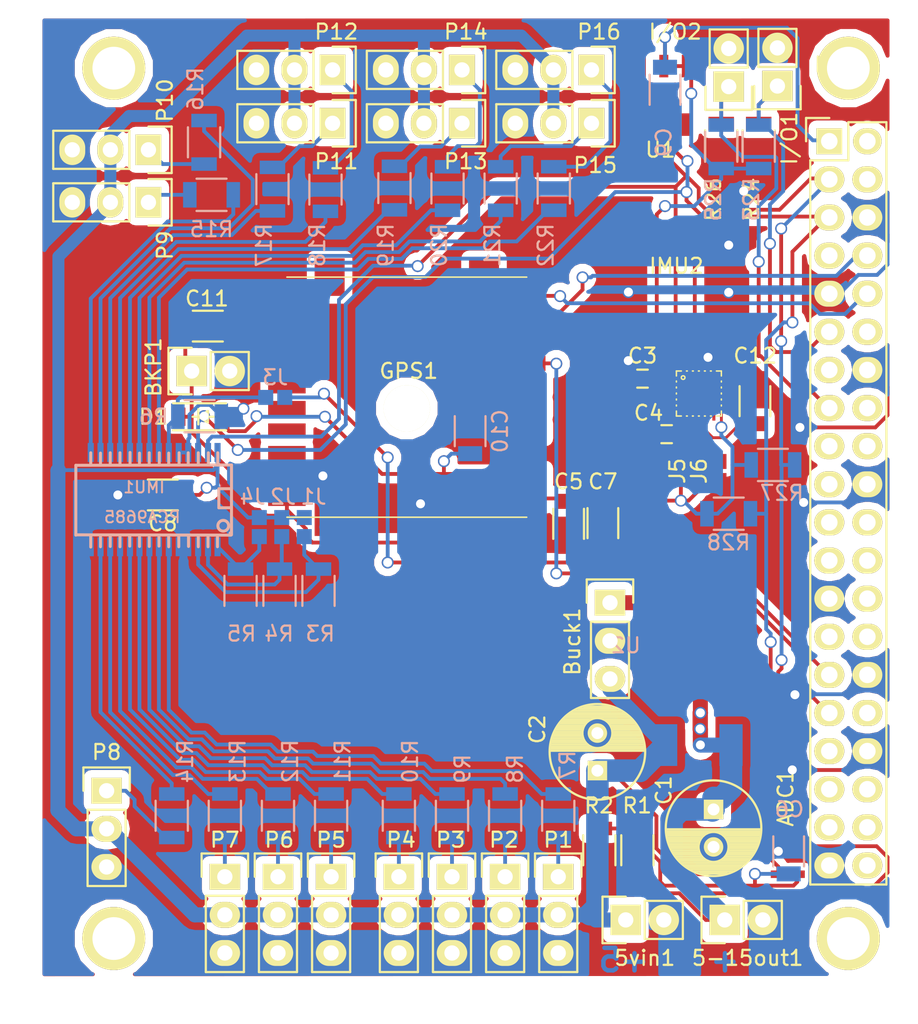
<source format=kicad_pcb>
(kicad_pcb (version 4) (host pcbnew 4.0.1-stable)
  (layers (0 F.Cu signal) (31 B.Cu signal) (34 B.Paste user) (35 F.Paste user) (36 B.SilkS user) (37 F.SilkS user) (38 B.Mask user) (39 F.Mask user) (44 Edge.Cuts user))
  (net 0 "")
  (net 1 "Net-(IMU1-Pad1)")
  (net 2 "Net-(IMU1-Pad2)")
  (net 3 "Net-(IMU1-Pad3)")
  (net 4 /PWM0)
  (net 5 /PWM1)
  (net 6 /PWM2)
  (net 7 /PWM3)
  (net 8 /PWM4)
  (net 9 /PWM5)
  (net 10 /PWM6)
  (net 11 /PWM10)
  (net 12 /PWM11)
  (net 13 /PWM12)
  (net 14 /PWM13)
  (net 15 /PWM14)
  (net 16 /PWM15)
  (net 17 "Net-(IMU1-Pad23)")
  (net 18 /PWM7)
  (net 19 /PWM9)
  (net 20 /PWM8)
  (net 21 "Net-(ADC1-Pad3)")
  (net 22 /RPI+3,3V)
  (net 23 /+5-SERVO)
  (net 24 /GND-SERVO)
  (net 25 /RPI-SDA)
  (net 26 /RPI-SCL)
  (net 27 /RPI-GPIO6)
  (net 28 /RPI-TX)
  (net 29 /RPI-RX)
  (net 30 /RPI-GPIO17)
  (net 31 /RPI-GPIO22)
  (net 32 /RPI-GPIO5)
  (net 33 "Net-(IMU1-Pad6)")
  (net 34 "Net-(IMU1-Pad7)")
  (net 35 "Net-(IMU1-Pad8)")
  (net 36 "Net-(IMU1-Pad9)")
  (net 37 "Net-(IMU1-Pad10)")
  (net 38 "Net-(IMU1-Pad11)")
  (net 39 "Net-(IMU1-Pad12)")
  (net 40 "Net-(IMU1-Pad17)")
  (net 41 "Net-(IMU1-Pad18)")
  (net 42 "Net-(IMU1-Pad19)")
  (net 43 "Net-(IMU1-Pad20)")
  (net 44 "Net-(IMU1-Pad21)")
  (net 45 "Net-(IMU1-Pad22)")
  (net 46 "Net-(IMU1-Pad13)")
  (net 47 "Net-(IMU1-Pad16)")
  (net 48 "Net-(IMU1-Pad15)")
  (net 49 /EXT+)
  (net 50 "Net-(BKP1-Pad1)")
  (net 51 "Net-(C12-Pad1)")
  (net 52 "Net-(IMU2-Pad9)")
  (module Capacitors_SMD:C_0603_HandSoldering (layer F.Cu) (at 153.86 67.2)
    (fp_text reference C4 (at -1.206 -1.414) (layer F.SilkS))
    (fp_text value 100n)
    (pad 1 smd rect (at -0.95 0) (size 1.2 0.75) (layers F.Cu F.Paste F.Mask) (net 24 /GND-SERVO))
    (pad 2 smd rect (at 0.95 0) (size 1.2 0.75) (layers F.Cu F.Paste F.Mask) (net 22 /RPI+3,3V))
  )
  (module TSSOP28:RPI2-HEAD (layer F.Cu) (at 164.71 47.68)
    (fp_text reference H1 (at 0 -5.1) (layer F.SilkS))
    (fp_text value RPI2_GPIO_Head)
    (pad 1 thru_hole rect (at 0 0) (size 1.7272 1.7272) (drill 1.1) (layers *.Cu *.Mask F.SilkS) (net 22 /RPI+3,3V))
    (pad 2 thru_hole oval (at 2.54 0) (size 1.9 1.7272) (drill 1.1) (layers *.Cu *.Mask F.SilkS))
    (pad 3 thru_hole oval (at 0 2.54) (size 2 1.7272) (drill 1.1) (layers *.Cu *.Mask F.SilkS) (net 25 /RPI-SDA))
    (pad 4 thru_hole oval (at 2.54 2.54) (size 2 1.7272) (drill 1.1) (layers *.Cu *.Mask F.SilkS))
    (pad 5 thru_hole oval (at 0 5.08) (size 2 1.7272) (drill 1.1) (layers *.Cu *.Mask F.SilkS) (net 26 /RPI-SCL))
    (pad 6 thru_hole oval (at 2.54 5.08) (size 2 1.7272) (drill 1.1) (layers *.Cu *.Mask F.SilkS) (net 24 /GND-SERVO))
    (pad 7 thru_hole oval (at 0 7.62) (size 2 1.7272) (drill 1.1) (layers *.Cu *.Mask F.SilkS))
    (pad 8 thru_hole oval (at 2.54 7.62) (size 2 1.7272) (drill 1.1) (layers *.Cu *.Mask F.SilkS) (net 28 /RPI-TX))
    (pad 9 thru_hole oval (at 0 10.16) (size 2 1.7272) (drill 1.1) (layers *.Cu *.Mask F.SilkS) (net 24 /GND-SERVO))
    (pad 10 thru_hole oval (at 2.54 10.16) (size 2 1.7272) (drill 1.1) (layers *.Cu *.Mask F.SilkS) (net 29 /RPI-RX))
    (pad 11 thru_hole oval (at 0 12.7) (size 2 1.7272) (drill 1.1) (layers *.Cu *.Mask F.SilkS) (net 30 /RPI-GPIO17))
    (pad 12 thru_hole oval (at 2.54 12.7) (size 2 1.7272) (drill 1.1) (layers *.Cu *.Mask F.SilkS))
    (pad 13 thru_hole oval (at 0 15.24) (size 2 1.7272) (drill 1.1) (layers *.Cu *.Mask F.SilkS))
    (pad 14 thru_hole oval (at 2.54 15.24) (size 2 1.7272) (drill 1.1) (layers *.Cu *.Mask F.SilkS) (net 24 /GND-SERVO))
    (pad 15 thru_hole oval (at 0 17.78) (size 2 1.7272) (drill 1.1) (layers *.Cu *.Mask F.SilkS) (net 31 /RPI-GPIO22))
    (pad 16 thru_hole oval (at 2.54 17.78) (size 2 1.7272) (drill 1.1) (layers *.Cu *.Mask F.SilkS))
    (pad 17 thru_hole oval (at 0 20.32) (size 2 1.7272) (drill 1.1) (layers *.Cu *.Mask F.SilkS))
    (pad 18 thru_hole oval (at 2.54 20.32) (size 2 1.7272) (drill 1.1) (layers *.Cu *.Mask F.SilkS))
    (pad 19 thru_hole oval (at 0 22.86) (size 2 1.7272) (drill 1.1) (layers *.Cu *.Mask F.SilkS))
    (pad 20 thru_hole oval (at 2.54 22.86) (size 2 1.7272) (drill 1.1) (layers *.Cu *.Mask F.SilkS) (net 24 /GND-SERVO))
    (pad 21 thru_hole oval (at 0 25.4) (size 2 1.7272) (drill 1.1) (layers *.Cu *.Mask F.SilkS))
    (pad 22 thru_hole oval (at 2.54 25.4) (size 2 1.7272) (drill 1.1) (layers *.Cu *.Mask F.SilkS))
    (pad 23 thru_hole oval (at 0 27.94) (size 2 1.7272) (drill 1.1) (layers *.Cu *.Mask F.SilkS))
    (pad 24 thru_hole oval (at 2.54 27.94) (size 2 1.7272) (drill 1.1) (layers *.Cu *.Mask F.SilkS))
    (pad 25 thru_hole oval (at 0 30.48) (size 2 1.7272) (drill 1.1) (layers *.Cu *.Mask F.SilkS) (net 24 /GND-SERVO))
    (pad 26 thru_hole oval (at 2.54 30.48) (size 2 1.7272) (drill 1.1) (layers *.Cu *.Mask F.SilkS))
    (pad 27 thru_hole oval (at 0 33.02) (size 2 1.7272) (drill 1.1) (layers *.Cu *.Mask F.SilkS))
    (pad 28 thru_hole oval (at 2.54 33.02) (size 2 1.7272) (drill 1.1) (layers *.Cu *.Mask F.SilkS))
    (pad 29 thru_hole oval (at 0 35.56) (size 2 1.7272) (drill 1.1) (layers *.Cu *.Mask F.SilkS) (net 32 /RPI-GPIO5))
    (pad 30 thru_hole oval (at 2.54 35.56) (size 2 1.7272) (drill 1.1) (layers *.Cu *.Mask F.SilkS) (net 24 /GND-SERVO))
    (pad 31 thru_hole oval (at 0 38.1) (size 2 1.7272) (drill 1.1) (layers *.Cu *.Mask F.SilkS) (net 27 /RPI-GPIO6))
    (pad 32 thru_hole oval (at 2.54 38.1) (size 2 1.7272) (drill 1.1) (layers *.Cu *.Mask F.SilkS))
    (pad 33 thru_hole oval (at 0 40.64) (size 2 1.7272) (drill 1.1) (layers *.Cu *.Mask F.SilkS))
    (pad 34 thru_hole oval (at 2.54 40.64) (size 2 1.7272) (drill 1.1) (layers *.Cu *.Mask F.SilkS) (net 24 /GND-SERVO))
    (pad 35 thru_hole oval (at 0 43.18) (size 2 1.7272) (drill 1.1) (layers *.Cu *.Mask F.SilkS))
    (pad 36 thru_hole oval (at 2.54 43.18) (size 2 1.7272) (drill 1.1) (layers *.Cu *.Mask F.SilkS))
    (pad 37 thru_hole oval (at 0 45.72) (size 2 1.7272) (drill 1.1) (layers *.Cu *.Mask F.SilkS))
    (pad 38 thru_hole oval (at 2.54 45.72) (size 2 1.7272) (drill 1.1) (layers *.Cu *.Mask F.SilkS))
    (pad 39 thru_hole oval (at 0 48.26) (size 2 1.7272) (drill 1.1) (layers *.Cu *.Mask F.SilkS) (net 24 /GND-SERVO))
    (pad 40 thru_hole oval (at 2.54 48.26) (size 2 1.7272) (drill 1.1) (layers *.Cu *.Mask F.SilkS))
    (pad "" np_thru_hole circle (at 1.27 53.13) (size 4.2 4.2) (drill 2.85) (layers *.Cu *.Mask F.SilkS))
    (pad "" np_thru_hole circle (at 1.27 -4.87) (size 4.2 4.2) (drill 2.85) (layers *.Cu *.Mask F.SilkS))
    (pad "" np_thru_hole circle (at -47.73 -4.87) (size 4.2 4.2) (drill 2.85) (layers *.Cu *.Mask F.SilkS))
    (pad "" np_thru_hole circle (at -47.73 53.13) (size 4.2 4.2) (drill 2.85) (layers *.Cu *.Mask F.SilkS))
  )
  (module Pin_Headers:Pin_Header_Straight_1x03 (layer F.Cu) (at 119.29 51.75 270)
    (fp_text reference P9 (at 2.86 -1.106 270) (layer F.SilkS))
    (fp_text value CONN_01X03)
    (pad 1 thru_hole rect (at 0 0 270) (size 2.032 1.7272) (drill 1.016) (layers *.Cu *.Mask F.SilkS) (net 20 /PWM8))
    (pad 2 thru_hole oval (at 0 2.54 270) (size 2.032 1.7272) (drill 1.016) (layers *.Cu *.Mask F.SilkS) (net 23 /+5-SERVO))
    (pad 3 thru_hole oval (at 0 5.08 270) (size 2.032 1.7272) (drill 1.016) (layers *.Cu *.Mask F.SilkS) (net 24 /GND-SERVO))
  )
  (module Pin_Headers:Pin_Header_Straight_1x03 (layer F.Cu) (at 140.208 46.482 270)
    (fp_text reference P13 (at 2.54 -0.254 360) (layer F.SilkS))
    (fp_text value CONN_01X03)
    (pad 1 thru_hole rect (at 0 0 270) (size 2.032 1.7272) (drill 1.016) (layers *.Cu *.Mask F.SilkS) (net 13 /PWM12))
    (pad 2 thru_hole oval (at 0 2.54 270) (size 2.032 1.7272) (drill 1.016) (layers *.Cu *.Mask F.SilkS) (net 23 /+5-SERVO))
    (pad 3 thru_hole oval (at 0 5.08 270) (size 2.032 1.7272) (drill 1.016) (layers *.Cu *.Mask F.SilkS) (net 24 /GND-SERVO))
  )
  (module Pin_Headers:Pin_Header_Straight_1x03 (layer F.Cu) (at 148.844 42.926 270)
    (fp_text reference P16 (at -2.54 -0.508 360) (layer F.SilkS))
    (fp_text value CONN_01X03)
    (pad 1 thru_hole rect (at 0 0 270) (size 2.032 1.7272) (drill 1.016) (layers *.Cu *.Mask F.SilkS) (net 16 /PWM15))
    (pad 2 thru_hole oval (at 0 2.54 270) (size 2.032 1.7272) (drill 1.016) (layers *.Cu *.Mask F.SilkS) (net 23 /+5-SERVO))
    (pad 3 thru_hole oval (at 0 5.08 270) (size 2.032 1.7272) (drill 1.016) (layers *.Cu *.Mask F.SilkS) (net 24 /GND-SERVO))
  )
  (module Pin_Headers:Pin_Header_Straight_1x03 (layer F.Cu) (at 148.844 46.482 270)
    (fp_text reference P15 (at 2.794 -0.254 360) (layer F.SilkS))
    (fp_text value CONN_01X03)
    (pad 1 thru_hole rect (at 0 0 270) (size 2.032 1.7272) (drill 1.016) (layers *.Cu *.Mask F.SilkS) (net 15 /PWM14))
    (pad 2 thru_hole oval (at 0 2.54 270) (size 2.032 1.7272) (drill 1.016) (layers *.Cu *.Mask F.SilkS) (net 23 /+5-SERVO))
    (pad 3 thru_hole oval (at 0 5.08 270) (size 2.032 1.7272) (drill 1.016) (layers *.Cu *.Mask F.SilkS) (net 24 /GND-SERVO))
  )
  (module Capacitors_ThroughHole:C_Radial_D6.3_L11.2_P2.5 (layer F.Cu) (at 149.24 89.62 90)
    (fp_text reference C2 (at 2.75 -4 90) (layer F.SilkS))
    (fp_text value CP)
    (pad 2 thru_hole circle (at 2.5 0 90) (size 1.3 1.3) (drill 0.8) (layers *.Cu *.Mask F.SilkS) (net 24 /GND-SERVO))
    (pad 1 thru_hole rect (at 0 0 90) (size 1.3 1.3) (drill 0.8) (layers *.Cu *.Mask F.SilkS) (net 23 /+5-SERVO))
  )
  (module TSSOP28:GUS-custimezed (layer F.Cu) (at 144.526 71.484 180)
    (fp_text reference GPS1 (at 7.874 8.492 180) (layer F.SilkS))
    (fp_text value "gus-u1616(GPS)")
    (pad 1 smd rect (at 0 0 180) (size 2.5 1) (layers F.Cu F.Paste F.Mask) (net 22 /RPI+3,3V))
    (pad 2 smd rect (at 0 1.5 180) (size 2.5 1) (layers F.Cu F.Paste F.Mask))
    (pad 3 smd rect (at 0 3 180) (size 2.5 1) (layers F.Cu F.Paste F.Mask) (net 24 /GND-SERVO))
    (pad 4 smd rect (at 0 4.5 180) (size 2.5 1) (layers F.Cu F.Paste F.Mask))
    (pad 5 smd rect (at 0 6 180) (size 2.5 1) (layers F.Cu F.Paste F.Mask))
    (pad 6 smd rect (at 0 7.5 180) (size 2.5 1) (layers F.Cu F.Paste F.Mask))
    (pad 7 smd rect (at 0 9 180) (size 2.5 1) (layers F.Cu F.Paste F.Mask) (net 27 /RPI-GPIO6))
    (pad 8 smd rect (at 0 10.5 180) (size 2.5 1) (layers F.Cu F.Paste F.Mask) (net 24 /GND-SERVO))
    (pad 9 smd rect (at 0 12 180) (size 2.5 1) (layers F.Cu F.Paste F.Mask) (net 28 /RPI-TX))
    (pad 10 smd rect (at 0 13.5 180) (size 2.5 1) (layers F.Cu F.Paste F.Mask) (net 29 /RPI-RX))
    (pad 11 smd rect (at 16 13.5 180) (size 2.5 1) (layers F.Cu F.Paste F.Mask))
    (pad 12 smd rect (at 16 12 180) (size 2.5 1) (layers F.Cu F.Paste F.Mask) (net 24 /GND-SERVO))
    (pad 13 smd rect (at 16 10.5 180) (size 2.5 1) (layers F.Cu F.Paste F.Mask))
    (pad 14 smd rect (at 16 9 180) (size 2.5 1) (layers F.Cu F.Paste F.Mask))
    (pad 15 smd rect (at 16 7.5 180) (size 2.5 1) (layers F.Cu F.Paste F.Mask))
    (pad 16 smd rect (at 16 6 180) (size 2.5 1) (layers F.Cu F.Paste F.Mask))
    (pad 17 smd rect (at 16 4.5 180) (size 2.5 1) (layers F.Cu F.Paste F.Mask))
    (pad 18 smd rect (at 16 3 180) (size 2.5 1) (layers F.Cu F.Paste F.Mask))
    (pad 19 smd rect (at 16 1.5 180) (size 2.5 1) (layers F.Cu F.Paste F.Mask) (net 24 /GND-SERVO))
    (pad 20 smd rect (at 16 0 180) (size 2.5 1) (layers F.Cu F.Paste F.Mask) (net 50 "Net-(BKP1-Pad1)"))
    (pad "" smd rect (at 2.85 -1.25 180) (size 2 2.5) (layers F.Cu F.Paste F.Mask))
    (pad "" smd rect (at 2.85 14.75 180) (size 2 2.5) (layers F.Cu F.Paste F.Mask))
    (pad "" smd rect (at 13.15 -1.25 180) (size 2 2.5) (layers F.Cu F.Paste F.Mask))
    (pad "" smd rect (at 13.15 14.75 180) (size 2 2.5) (layers F.Cu F.Paste F.Mask))
    (pad "" np_thru_hole circle (at 8 6 180) (size 3.1 3.1) (drill 3.1) (layers *.Cu *.Mask F.SilkS))
  )
  (module TSSOP28:TSSOIC28 (layer B.Cu) (at 119.64804 71.57072 180)
    (fp_text reference IMU1 (at 0.65024 0.83312 180) (layer B.SilkS) (effects (font (size 0.762 0.762) (thickness 0.127)) (justify mirror)))
    (fp_text value PCA9685 (at 0.77216 -1.15824 180) (layer B.SilkS) (effects (font (size 0.762 0.762) (thickness 0.127)) (justify mirror)))
    (pad 1 smd rect (at -4.25196 -3.12928 180) (size 0.4064 1.27) (layers B.Cu B.Paste B.Mask) (net 1 "Net-(IMU1-Pad1)"))
    (pad 2 smd rect (at -3.61696 -3.12928 180) (size 0.4064 1.27) (layers B.Cu B.Paste B.Mask) (net 2 "Net-(IMU1-Pad2)"))
    (pad 3 smd rect (at -2.95656 -3.12928 180) (size 0.4064 1.27) (layers B.Cu B.Paste B.Mask) (net 3 "Net-(IMU1-Pad3)"))
    (pad 4 smd rect (at -2.29616 -3.12928 180) (size 0.4064 1.27) (layers B.Cu B.Paste B.Mask) (net 24 /GND-SERVO))
    (pad 5 smd rect (at -1.66116 -3.12928 180) (size 0.4064 1.27) (layers B.Cu B.Paste B.Mask) (net 24 /GND-SERVO))
    (pad 6 smd rect (at -1.00076 -3.12928 180) (size 0.4064 1.27) (layers B.Cu B.Paste B.Mask) (net 33 "Net-(IMU1-Pad6)"))
    (pad 7 smd rect (at -0.34036 -3.12928 180) (size 0.4064 1.27) (layers B.Cu B.Paste B.Mask) (net 34 "Net-(IMU1-Pad7)"))
    (pad 8 smd rect (at 0.29464 -3.12928 180) (size 0.4064 1.27) (layers B.Cu B.Paste B.Mask) (net 35 "Net-(IMU1-Pad8)"))
    (pad 9 smd rect (at 0.95504 -3.12928 180) (size 0.4064 1.27) (layers B.Cu B.Paste B.Mask) (net 36 "Net-(IMU1-Pad9)"))
    (pad 10 smd rect (at 1.59004 -3.12928 180) (size 0.4064 1.27) (layers B.Cu B.Paste B.Mask) (net 37 "Net-(IMU1-Pad10)"))
    (pad 11 smd rect (at 2.25044 -3.12928 180) (size 0.4064 1.27) (layers B.Cu B.Paste B.Mask) (net 38 "Net-(IMU1-Pad11)"))
    (pad 12 smd rect (at 2.91084 -3.12928 180) (size 0.4064 1.27) (layers B.Cu B.Paste B.Mask) (net 39 "Net-(IMU1-Pad12)"))
    (pad 17 smd rect (at 2.90576 3.1496 180) (size 0.4064 1.27) (layers B.Cu B.Paste B.Mask) (net 40 "Net-(IMU1-Pad17)"))
    (pad 18 smd rect (at 2.25044 3.1496 180) (size 0.4064 1.27) (layers B.Cu B.Paste B.Mask) (net 41 "Net-(IMU1-Pad18)"))
    (pad 19 smd rect (at 1.59004 3.1496 180) (size 0.4064 1.27) (layers B.Cu B.Paste B.Mask) (net 42 "Net-(IMU1-Pad19)"))
    (pad 20 smd rect (at 0.95504 3.1496 180) (size 0.4064 1.27) (layers B.Cu B.Paste B.Mask) (net 43 "Net-(IMU1-Pad20)"))
    (pad 21 smd rect (at 0.29464 3.1496 180) (size 0.4064 1.27) (layers B.Cu B.Paste B.Mask) (net 44 "Net-(IMU1-Pad21)"))
    (pad 22 smd rect (at -0.34036 3.1496 180) (size 0.4064 1.27) (layers B.Cu B.Paste B.Mask) (net 45 "Net-(IMU1-Pad22)"))
    (pad 23 smd rect (at -1.00076 3.1496 180) (size 0.4064 1.27) (layers B.Cu B.Paste B.Mask) (net 17 "Net-(IMU1-Pad23)"))
    (pad 24 smd rect (at -1.66116 3.1496 180) (size 0.4064 1.27) (layers B.Cu B.Paste B.Mask) (net 24 /GND-SERVO))
    (pad 25 smd rect (at -2.29616 3.1496 180) (size 0.4064 1.27) (layers B.Cu B.Paste B.Mask) (net 24 /GND-SERVO))
    (pad 26 smd rect (at -2.95656 3.1496 180) (size 0.4064 1.27) (layers B.Cu B.Paste B.Mask) (net 26 /RPI-SCL))
    (pad 27 smd rect (at -3.61696 3.1496 180) (size 0.4064 1.27) (layers B.Cu B.Paste B.Mask) (net 25 /RPI-SDA))
    (pad 28 smd rect (at -4.25196 3.1496 180) (size 0.4064 1.27) (layers B.Cu B.Paste B.Mask) (net 23 /+5-SERVO))
    (pad 13 smd rect (at 3.556 -3.12928 180) (size 0.4064 1.27) (layers B.Cu B.Paste B.Mask) (net 46 "Net-(IMU1-Pad13)"))
    (pad 14 smd rect (at 4.20624 -3.12928 180) (size 0.4064 1.27) (layers B.Cu B.Paste B.Mask) (net 24 /GND-SERVO))
    (pad 16 smd rect (at 3.556 3.1496 180) (size 0.4064 1.27) (layers B.Cu B.Paste B.Mask) (net 47 "Net-(IMU1-Pad16)"))
    (pad 15 smd rect (at 4.20624 3.1496 180) (size 0.4064 1.27) (layers B.Cu B.Paste B.Mask) (net 48 "Net-(IMU1-Pad15)"))
  )
  (module TSSOP28:SOT23A (layer F.Cu) (at 162.576 96.524)
    (fp_text reference ADC1 (at -0.778 -5.084 90) (layer F.SilkS))
    (fp_text value MCP3021)
    (pad 1 smd rect (at 0 0) (size 1 0.5) (layers F.Cu F.Paste F.Mask) (net 23 /+5-SERVO))
    (pad 2 smd rect (at 0 -1.27) (size 1 0.5) (layers F.Cu F.Paste F.Mask) (net 24 /GND-SERVO))
    (pad 3 smd rect (at 0 -2.54) (size 1 0.5) (layers F.Cu F.Paste F.Mask) (net 21 "Net-(ADC1-Pad3)"))
    (pad 4 smd rect (at -1.27 -2.54) (size 1 0.5) (layers F.Cu F.Paste F.Mask) (net 25 /RPI-SDA))
    (pad 5 smd rect (at -1.27 0) (size 1 0.5) (layers F.Cu F.Paste F.Mask) (net 26 /RPI-SCL))
  )
  (module Pin_Headers:Pin_Header_Straight_1x03 (layer F.Cu) (at 146.628 96.692)
    (fp_text reference P1 (at 0 -2.458) (layer F.SilkS))
    (fp_text value CONN_01X03)
    (pad 1 thru_hole rect (at 0 0) (size 2.032 1.7272) (drill 1.016) (layers *.Cu *.Mask F.SilkS) (net 4 /PWM0))
    (pad 2 thru_hole oval (at 0 2.54) (size 2.032 1.7272) (drill 1.016) (layers *.Cu *.Mask F.SilkS) (net 23 /+5-SERVO))
    (pad 3 thru_hole oval (at 0 5.08) (size 2.032 1.7272) (drill 1.016) (layers *.Cu *.Mask F.SilkS) (net 24 /GND-SERVO))
  )
  (module Pin_Headers:Pin_Header_Straight_1x03 (layer F.Cu) (at 143.084 96.692)
    (fp_text reference P2 (at -0.082 -2.458) (layer F.SilkS))
    (fp_text value CONN_01X03)
    (pad 1 thru_hole rect (at 0 0) (size 2.032 1.7272) (drill 1.016) (layers *.Cu *.Mask F.SilkS) (net 5 /PWM1))
    (pad 2 thru_hole oval (at 0 2.54) (size 2.032 1.7272) (drill 1.016) (layers *.Cu *.Mask F.SilkS) (net 23 /+5-SERVO))
    (pad 3 thru_hole oval (at 0 5.08) (size 2.032 1.7272) (drill 1.016) (layers *.Cu *.Mask F.SilkS) (net 24 /GND-SERVO))
  )
  (module Pin_Headers:Pin_Header_Straight_1x03 (layer F.Cu) (at 139.54 96.692)
    (fp_text reference P3 (at -0.094 -2.458) (layer F.SilkS))
    (fp_text value CONN_01X03)
    (pad 1 thru_hole rect (at 0 0) (size 2.032 1.7272) (drill 1.016) (layers *.Cu *.Mask F.SilkS) (net 6 /PWM2))
    (pad 2 thru_hole oval (at 0 2.54) (size 2.032 1.7272) (drill 1.016) (layers *.Cu *.Mask F.SilkS) (net 23 /+5-SERVO))
    (pad 3 thru_hole oval (at 0 5.08) (size 2.032 1.7272) (drill 1.016) (layers *.Cu *.Mask F.SilkS) (net 24 /GND-SERVO))
  )
  (module Pin_Headers:Pin_Header_Straight_1x03 (layer F.Cu) (at 135.996 96.692)
    (fp_text reference P4 (at 0.148 -2.458) (layer F.SilkS))
    (fp_text value CONN_01X03)
    (pad 1 thru_hole rect (at 0 0) (size 2.032 1.7272) (drill 1.016) (layers *.Cu *.Mask F.SilkS) (net 7 /PWM3))
    (pad 2 thru_hole oval (at 0 2.54) (size 2.032 1.7272) (drill 1.016) (layers *.Cu *.Mask F.SilkS) (net 23 /+5-SERVO))
    (pad 3 thru_hole oval (at 0 5.08) (size 2.032 1.7272) (drill 1.016) (layers *.Cu *.Mask F.SilkS) (net 24 /GND-SERVO))
  )
  (module Pin_Headers:Pin_Header_Straight_1x03 (layer F.Cu) (at 131.476 96.692)
    (fp_text reference P5 (at 0 -2.458) (layer F.SilkS))
    (fp_text value CONN_01X03)
    (pad 1 thru_hole rect (at 0 0) (size 2.032 1.7272) (drill 1.016) (layers *.Cu *.Mask F.SilkS) (net 8 /PWM4))
    (pad 2 thru_hole oval (at 0 2.54) (size 2.032 1.7272) (drill 1.016) (layers *.Cu *.Mask F.SilkS) (net 23 /+5-SERVO))
    (pad 3 thru_hole oval (at 0 5.08) (size 2.032 1.7272) (drill 1.016) (layers *.Cu *.Mask F.SilkS) (net 24 /GND-SERVO))
  )
  (module Pin_Headers:Pin_Header_Straight_1x03 (layer F.Cu) (at 127.932 96.692)
    (fp_text reference P6 (at 0.084 -2.458) (layer F.SilkS))
    (fp_text value CONN_01X03)
    (pad 1 thru_hole rect (at 0 0) (size 2.032 1.7272) (drill 1.016) (layers *.Cu *.Mask F.SilkS) (net 9 /PWM5))
    (pad 2 thru_hole oval (at 0 2.54) (size 2.032 1.7272) (drill 1.016) (layers *.Cu *.Mask F.SilkS) (net 23 /+5-SERVO))
    (pad 3 thru_hole oval (at 0 5.08) (size 2.032 1.7272) (drill 1.016) (layers *.Cu *.Mask F.SilkS) (net 24 /GND-SERVO))
  )
  (module Pin_Headers:Pin_Header_Straight_1x03 (layer F.Cu) (at 124.388 96.692)
    (fp_text reference P7 (at 0 -2.458) (layer F.SilkS))
    (fp_text value CONN_01X03)
    (pad 1 thru_hole rect (at 0 0) (size 2.032 1.7272) (drill 1.016) (layers *.Cu *.Mask F.SilkS) (net 10 /PWM6))
    (pad 2 thru_hole oval (at 0 2.54) (size 2.032 1.7272) (drill 1.016) (layers *.Cu *.Mask F.SilkS) (net 23 /+5-SERVO))
    (pad 3 thru_hole oval (at 0 5.08) (size 2.032 1.7272) (drill 1.016) (layers *.Cu *.Mask F.SilkS) (net 24 /GND-SERVO))
  )
  (module Pin_Headers:Pin_Header_Straight_1x03 (layer F.Cu) (at 116.5 90.96)
    (fp_text reference P8 (at 0 -2.568) (layer F.SilkS))
    (fp_text value CONN_01X03)
    (pad 1 thru_hole rect (at 0 0) (size 2.032 1.7272) (drill 1.016) (layers *.Cu *.Mask F.SilkS) (net 18 /PWM7))
    (pad 2 thru_hole oval (at 0 2.54) (size 2.032 1.7272) (drill 1.016) (layers *.Cu *.Mask F.SilkS) (net 23 /+5-SERVO))
    (pad 3 thru_hole oval (at 0 5.08) (size 2.032 1.7272) (drill 1.016) (layers *.Cu *.Mask F.SilkS) (net 24 /GND-SERVO))
  )
  (module Pin_Headers:Pin_Header_Straight_1x03 (layer F.Cu) (at 119.29 48.25 270)
    (fp_text reference P10 (at -3.292 -1.106 270) (layer F.SilkS))
    (fp_text value CONN_01X03)
    (pad 1 thru_hole rect (at 0 0 270) (size 2.032 1.7272) (drill 1.016) (layers *.Cu *.Mask F.SilkS) (net 19 /PWM9))
    (pad 2 thru_hole oval (at 0 2.54 270) (size 2.032 1.7272) (drill 1.016) (layers *.Cu *.Mask F.SilkS) (net 23 /+5-SERVO))
    (pad 3 thru_hole oval (at 0 5.08 270) (size 2.032 1.7272) (drill 1.016) (layers *.Cu *.Mask F.SilkS) (net 24 /GND-SERVO))
  )
  (module Pin_Headers:Pin_Header_Straight_1x03 (layer F.Cu) (at 131.572 46.482 270)
    (fp_text reference P11 (at 2.54 -0.254 360) (layer F.SilkS))
    (fp_text value CONN_01X03)
    (pad 1 thru_hole rect (at 0 0 270) (size 2.032 1.7272) (drill 1.016) (layers *.Cu *.Mask F.SilkS) (net 11 /PWM10))
    (pad 2 thru_hole oval (at 0 2.54 270) (size 2.032 1.7272) (drill 1.016) (layers *.Cu *.Mask F.SilkS) (net 23 /+5-SERVO))
    (pad 3 thru_hole oval (at 0 5.08 270) (size 2.032 1.7272) (drill 1.016) (layers *.Cu *.Mask F.SilkS) (net 24 /GND-SERVO))
  )
  (module Pin_Headers:Pin_Header_Straight_1x03 (layer F.Cu) (at 131.572 42.926 270)
    (fp_text reference P12 (at -2.54 -0.254 360) (layer F.SilkS))
    (fp_text value CONN_01X03)
    (pad 1 thru_hole rect (at 0 0 270) (size 2.032 1.7272) (drill 1.016) (layers *.Cu *.Mask F.SilkS) (net 12 /PWM11))
    (pad 2 thru_hole oval (at 0 2.54 270) (size 2.032 1.7272) (drill 1.016) (layers *.Cu *.Mask F.SilkS) (net 23 /+5-SERVO))
    (pad 3 thru_hole oval (at 0 5.08 270) (size 2.032 1.7272) (drill 1.016) (layers *.Cu *.Mask F.SilkS) (net 24 /GND-SERVO))
  )
  (module Pin_Headers:Pin_Header_Straight_1x03 (layer F.Cu) (at 140.208 42.926 270)
    (fp_text reference P14 (at -2.54 -0.254 360) (layer F.SilkS))
    (fp_text value CONN_01X03)
    (pad 1 thru_hole rect (at 0 0 270) (size 2.032 1.7272) (drill 1.016) (layers *.Cu *.Mask F.SilkS) (net 14 /PWM13))
    (pad 2 thru_hole oval (at 0 2.54 270) (size 2.032 1.7272) (drill 1.016) (layers *.Cu *.Mask F.SilkS) (net 23 /+5-SERVO))
    (pad 3 thru_hole oval (at 0 5.08 270) (size 2.032 1.7272) (drill 1.016) (layers *.Cu *.Mask F.SilkS) (net 24 /GND-SERVO))
  )
  (module TSSOP28:BMP180 (layer F.Cu) (at 152.17 43.172 180)
    (fp_text reference U1 (at -1.27 -5.08 180) (layer F.SilkS))
    (fp_text value BMP180-barometr)
    (pad 1 smd rect (at 0 0.5 180) (size 0.6 1.5) (layers F.Cu F.Paste F.Mask))
    (pad 2 smd rect (at -1.5 0.5 180) (size 0.6 1.5) (layers F.Cu F.Paste F.Mask) (net 22 /RPI+3,3V))
    (pad 3 smd rect (at -3 0.5 180) (size 0.6 1.5) (layers F.Cu F.Paste F.Mask) (net 22 /RPI+3,3V))
    (pad 4 smd rect (at -3 -3.4 180) (size 0.6 1.5) (layers F.Cu F.Paste F.Mask))
    (pad 5 smd rect (at -1.5 -3.4 180) (size 0.6 1.5) (layers F.Cu F.Paste F.Mask) (net 26 /RPI-SCL))
    (pad 6 smd rect (at 0 -3.4 180) (size 0.6 1.5) (layers F.Cu F.Paste F.Mask) (net 25 /RPI-SDA))
    (pad 7 smd rect (at 0.5 -1.45 180) (size 1.5 0.6) (layers F.Cu F.Paste F.Mask) (net 24 /GND-SERVO))
  )
  (module Resistors_SMD:R_1206 (layer F.Cu) (at 151.908 94.926 90)
    (fp_text reference R1 (at 2.978 -0.016 180) (layer F.SilkS))
    (fp_text value R)
    (pad 1 smd rect (at -1.45 0 90) (size 0.9 1.7) (layers F.Cu F.Paste F.Mask) (net 49 /EXT+))
    (pad 2 smd rect (at 1.45 0 90) (size 0.9 1.7) (layers F.Cu F.Paste F.Mask) (net 21 "Net-(ADC1-Pad3)"))
  )
  (module Resistors_SMD:R_1206 (layer B.Cu) (at 130.63416 77.640646 270)
    (fp_text reference R3 (at 2.859354 -0.11584 360) (layer B.SilkS) (effects (justify mirror)))
    (fp_text value R)
    (pad 1 smd rect (at -1.45 0 270) (size 0.9 1.7) (layers B.Cu B.Paste B.Mask) (net 3 "Net-(IMU1-Pad3)"))
    (pad 2 smd rect (at 1.45 0 270) (size 0.9 1.7) (layers B.Cu B.Paste B.Mask) (net 24 /GND-SERVO))
  )
  (module Resistors_SMD:R_1206 (layer B.Cu) (at 128.03416 77.640646 270)
    (fp_text reference R4 (at 2.859354 0.03416 360) (layer B.SilkS) (effects (justify mirror)))
    (fp_text value R)
    (pad 1 smd rect (at -1.45 0 270) (size 0.9 1.7) (layers B.Cu B.Paste B.Mask) (net 2 "Net-(IMU1-Pad2)"))
    (pad 2 smd rect (at 1.45 0 270) (size 0.9 1.7) (layers B.Cu B.Paste B.Mask) (net 24 /GND-SERVO))
  )
  (module Resistors_SMD:R_1206 (layer B.Cu) (at 125.43416 77.640646 270)
    (fp_text reference R5 (at 2.859354 -0.06584 360) (layer B.SilkS) (effects (justify mirror)))
    (fp_text value R)
    (pad 1 smd rect (at -1.45 0 270) (size 0.9 1.7) (layers B.Cu B.Paste B.Mask) (net 1 "Net-(IMU1-Pad1)"))
    (pad 2 smd rect (at 1.45 0 270) (size 0.9 1.7) (layers B.Cu B.Paste B.Mask) (net 24 /GND-SERVO))
  )
  (module Resistors_SMD:R_1206 (layer B.Cu) (at 122.7 66)
    (fp_text reference R6 (at -3.066 0.04) (layer B.SilkS) (effects (justify mirror)))
    (fp_text value R)
    (pad 1 smd rect (at -1.45 0) (size 0.9 1.7) (layers B.Cu B.Paste B.Mask) (net 17 "Net-(IMU1-Pad23)"))
    (pad 2 smd rect (at 1.45 0) (size 0.9 1.7) (layers B.Cu B.Paste B.Mask) (net 24 /GND-SERVO))
  )
  (module Resistors_SMD:R_1206 (layer B.Cu) (at 146.628 92.628 90)
    (fp_text reference R7 (at 3.378 0.622 90) (layer B.SilkS) (effects (justify mirror)))
    (fp_text value 220R)
    (pad 1 smd rect (at -1.45 0 90) (size 0.9 1.7) (layers B.Cu B.Paste B.Mask) (net 4 /PWM0))
    (pad 2 smd rect (at 1.45 0 90) (size 0.9 1.7) (layers B.Cu B.Paste B.Mask) (net 33 "Net-(IMU1-Pad6)"))
  )
  (module Resistors_SMD:R_1206 (layer B.Cu) (at 143.084 92.628 90)
    (fp_text reference R8 (at 3.128 0.666 90) (layer B.SilkS) (effects (justify mirror)))
    (fp_text value 220R)
    (pad 1 smd rect (at -1.45 0 90) (size 0.9 1.7) (layers B.Cu B.Paste B.Mask) (net 5 /PWM1))
    (pad 2 smd rect (at 1.45 0 90) (size 0.9 1.7) (layers B.Cu B.Paste B.Mask) (net 34 "Net-(IMU1-Pad7)"))
  )
  (module Resistors_SMD:R_1206 (layer B.Cu) (at 139.54 92.628 90)
    (fp_text reference R9 (at 3.128 0.71 90) (layer B.SilkS) (effects (justify mirror)))
    (fp_text value 220R)
    (pad 1 smd rect (at -1.45 0 90) (size 0.9 1.7) (layers B.Cu B.Paste B.Mask) (net 6 /PWM2))
    (pad 2 smd rect (at 1.45 0 90) (size 0.9 1.7) (layers B.Cu B.Paste B.Mask) (net 35 "Net-(IMU1-Pad8)"))
  )
  (module Resistors_SMD:R_1206 (layer B.Cu) (at 135.996 92.628 90)
    (fp_text reference R10 (at 3.628 0.754 90) (layer B.SilkS) (effects (justify mirror)))
    (fp_text value 220R)
    (pad 1 smd rect (at -1.45 0 90) (size 0.9 1.7) (layers B.Cu B.Paste B.Mask) (net 7 /PWM3))
    (pad 2 smd rect (at 1.45 0 90) (size 0.9 1.7) (layers B.Cu B.Paste B.Mask) (net 36 "Net-(IMU1-Pad9)"))
  )
  (module Resistors_SMD:R_1206 (layer B.Cu) (at 131.476 92.628 90)
    (fp_text reference R11 (at 3.628 0.774 90) (layer B.SilkS) (effects (justify mirror)))
    (fp_text value 220R)
    (pad 1 smd rect (at -1.45 0 90) (size 0.9 1.7) (layers B.Cu B.Paste B.Mask) (net 8 /PWM4))
    (pad 2 smd rect (at 1.45 0 90) (size 0.9 1.7) (layers B.Cu B.Paste B.Mask) (net 37 "Net-(IMU1-Pad10)"))
  )
  (module Resistors_SMD:R_1206 (layer B.Cu) (at 127.932 92.628 90)
    (fp_text reference R12 (at 3.628 0.818 90) (layer B.SilkS) (effects (justify mirror)))
    (fp_text value 220R)
    (pad 1 smd rect (at -1.45 0 90) (size 0.9 1.7) (layers B.Cu B.Paste B.Mask) (net 9 /PWM5))
    (pad 2 smd rect (at 1.45 0 90) (size 0.9 1.7) (layers B.Cu B.Paste B.Mask) (net 38 "Net-(IMU1-Pad11)"))
  )
  (module Resistors_SMD:R_1206 (layer B.Cu) (at 124.388 92.628 90)
    (fp_text reference R13 (at 3.628 0.862 90) (layer B.SilkS) (effects (justify mirror)))
    (fp_text value 220R)
    (pad 1 smd rect (at -1.45 0 90) (size 0.9 1.7) (layers B.Cu B.Paste B.Mask) (net 10 /PWM6))
    (pad 2 smd rect (at 1.45 0 90) (size 0.9 1.7) (layers B.Cu B.Paste B.Mask) (net 39 "Net-(IMU1-Pad12)"))
  )
  (module Resistors_SMD:R_1206 (layer B.Cu) (at 120.844 92.628 90)
    (fp_text reference R14 (at 3.628 0.906 90) (layer B.SilkS) (effects (justify mirror)))
    (fp_text value 220R)
    (pad 1 smd rect (at -1.45 0 90) (size 0.9 1.7) (layers B.Cu B.Paste B.Mask) (net 18 /PWM7))
    (pad 2 smd rect (at 1.45 0 90) (size 0.9 1.7) (layers B.Cu B.Paste B.Mask) (net 46 "Net-(IMU1-Pad13)"))
  )
  (module Resistors_SMD:R_1206 (layer B.Cu) (at 123.5 51.25)
    (fp_text reference R15 (at 0 2.3) (layer B.SilkS) (effects (justify mirror)))
    (fp_text value 220R)
    (pad 1 smd rect (at -1.45 0) (size 0.9 1.7) (layers B.Cu B.Paste B.Mask) (net 20 /PWM8))
    (pad 2 smd rect (at 1.45 0) (size 0.9 1.7) (layers B.Cu B.Paste B.Mask) (net 48 "Net-(IMU1-Pad15)"))
  )
  (module Resistors_SMD:R_1206 (layer B.Cu) (at 123 47.75 90)
    (fp_text reference R16 (at 3.554 -0.572 90) (layer B.SilkS) (effects (justify mirror)))
    (fp_text value 220R)
    (pad 1 smd rect (at -1.45 0 90) (size 0.9 1.7) (layers B.Cu B.Paste B.Mask) (net 19 /PWM9))
    (pad 2 smd rect (at 1.45 0 90) (size 0.9 1.7) (layers B.Cu B.Paste B.Mask) (net 47 "Net-(IMU1-Pad16)"))
  )
  (module Resistors_SMD:R_1206 (layer B.Cu) (at 127.564 50.872 270)
    (fp_text reference R17 (at 3.738 0.564 270) (layer B.SilkS) (effects (justify mirror)))
    (fp_text value 220R)
    (pad 1 smd rect (at -1.45 0 270) (size 0.9 1.7) (layers B.Cu B.Paste B.Mask) (net 11 /PWM10))
    (pad 2 smd rect (at 1.45 0 270) (size 0.9 1.7) (layers B.Cu B.Paste B.Mask) (net 40 "Net-(IMU1-Pad17)"))
  )
  (module Resistors_SMD:R_1206 (layer B.Cu) (at 131.1 50.9 270)
    (fp_text reference R18 (at 3.71 0.544 270) (layer B.SilkS) (effects (justify mirror)))
    (fp_text value 220R)
    (pad 1 smd rect (at -1.45 0 270) (size 0.9 1.7) (layers B.Cu B.Paste B.Mask) (net 12 /PWM11))
    (pad 2 smd rect (at 1.45 0 270) (size 0.9 1.7) (layers B.Cu B.Paste B.Mask) (net 41 "Net-(IMU1-Pad18)"))
  )
  (module Resistors_SMD:R_1206 (layer B.Cu) (at 135.7 50.8 270)
    (fp_text reference R19 (at 3.81 0.572 270) (layer B.SilkS) (effects (justify mirror)))
    (fp_text value 220R)
    (pad 1 smd rect (at -1.45 0 270) (size 0.9 1.7) (layers B.Cu B.Paste B.Mask) (net 13 /PWM12))
    (pad 2 smd rect (at 1.45 0 270) (size 0.9 1.7) (layers B.Cu B.Paste B.Mask) (net 42 "Net-(IMU1-Pad19)"))
  )
  (module Resistors_SMD:R_1206 (layer B.Cu) (at 139.242 50.83 270)
    (fp_text reference R20 (at 3.78 0.558 270) (layer B.SilkS) (effects (justify mirror)))
    (fp_text value 220R)
    (pad 1 smd rect (at -1.45 0 270) (size 0.9 1.7) (layers B.Cu B.Paste B.Mask) (net 14 /PWM13))
    (pad 2 smd rect (at 1.45 0 270) (size 0.9 1.7) (layers B.Cu B.Paste B.Mask) (net 43 "Net-(IMU1-Pad20)"))
  )
  (module Resistors_SMD:R_1206 (layer B.Cu) (at 142.786 50.83 270)
    (fp_text reference R21 (at 3.78 0.546 270) (layer B.SilkS) (effects (justify mirror)))
    (fp_text value 220R)
    (pad 1 smd rect (at -1.45 0 270) (size 0.9 1.7) (layers B.Cu B.Paste B.Mask) (net 15 /PWM14))
    (pad 2 smd rect (at 1.45 0 270) (size 0.9 1.7) (layers B.Cu B.Paste B.Mask) (net 44 "Net-(IMU1-Pad21)"))
  )
  (module Resistors_SMD:R_1206 (layer B.Cu) (at 146.33 50.83 270)
    (fp_text reference R22 (at 3.78 0.534 270) (layer B.SilkS) (effects (justify mirror)))
    (fp_text value 220R)
    (pad 1 smd rect (at -1.45 0 270) (size 0.9 1.7) (layers B.Cu B.Paste B.Mask) (net 16 /PWM15))
    (pad 2 smd rect (at 1.45 0 270) (size 0.9 1.7) (layers B.Cu B.Paste B.Mask) (net 45 "Net-(IMU1-Pad22)"))
  )
  (module Resistors_SMD:R_1206 (layer B.Cu) (at 160 48.05 90)
    (fp_text reference R23 (at -3.512 -0.488 90) (layer B.SilkS) (effects (justify mirror)))
    (fp_text value R)
    (pad 1 smd rect (at -1.45 0 90) (size 0.9 1.7) (layers B.Cu B.Paste B.Mask) (net 22 /RPI+3,3V))
    (pad 2 smd rect (at 1.45 0 90) (size 0.9 1.7) (layers B.Cu B.Paste B.Mask) (net 30 /RPI-GPIO17))
  )
  (module Resistors_SMD:R_1206 (layer F.Cu) (at 160 47.95 270)
    (fp_text reference R24 (at 3.612 0.488 270) (layer F.SilkS))
    (fp_text value R)
    (pad 1 smd rect (at -1.45 0 270) (size 0.9 1.7) (layers F.Cu F.Paste F.Mask) (net 30 /RPI-GPIO17))
    (pad 2 smd rect (at 1.45 0 270) (size 0.9 1.7) (layers F.Cu F.Paste F.Mask) (net 24 /GND-SERVO))
  )
  (module Resistors_SMD:R_1206 (layer B.Cu) (at 157.5 48.05 90)
    (fp_text reference R25 (at -3.512 -0.528 270) (layer B.SilkS) (effects (justify mirror)))
    (fp_text value R)
    (pad 1 smd rect (at -1.45 0 90) (size 0.9 1.7) (layers B.Cu B.Paste B.Mask) (net 22 /RPI+3,3V))
    (pad 2 smd rect (at 1.45 0 90) (size 0.9 1.7) (layers B.Cu B.Paste B.Mask) (net 31 /RPI-GPIO22))
  )
  (module Resistors_SMD:R_1206 (layer F.Cu) (at 157.5 47.95 270)
    (fp_text reference R26 (at 3.612 0.528 450) (layer F.SilkS))
    (fp_text value R)
    (pad 1 smd rect (at -1.45 0 270) (size 0.9 1.7) (layers F.Cu F.Paste F.Mask) (net 31 /RPI-GPIO22))
    (pad 2 smd rect (at 1.45 0 270) (size 0.9 1.7) (layers F.Cu F.Paste F.Mask) (net 24 /GND-SERVO))
  )
  (module Pin_Headers:Pin_Header_Straight_1x02 (layer F.Cu) (at 122.174 62.992 90)
    (fp_text reference BKP1 (at 0.254 -2.54 90) (layer F.SilkS))
    (fp_text value CONN_01X02)
    (pad 1 thru_hole rect (at 0 0 90) (size 2.032 2.032) (drill 1.016) (layers *.Cu *.Mask F.SilkS) (net 50 "Net-(BKP1-Pad1)"))
    (pad 2 thru_hole oval (at 0 2.54 90) (size 2.032 2.032) (drill 1.016) (layers *.Cu *.Mask F.SilkS) (net 24 /GND-SERVO))
  )
  (module Capacitors_ThroughHole:C_Radial_D6.3_L11.2_P2.5 (layer F.Cu) (at 156.988 92.206 270)
    (fp_text reference C1 (at -1.274 3.318 270) (layer F.SilkS))
    (fp_text value CP)
    (pad 2 thru_hole circle (at 2.5 0 270) (size 1.3 1.3) (drill 0.8) (layers *.Cu *.Mask F.SilkS) (net 24 /GND-SERVO))
    (pad 1 thru_hole rect (at 0 0 270) (size 1.3 1.3) (drill 0.8) (layers *.Cu *.Mask F.SilkS) (net 49 /EXT+))
  )
  (module Capacitors_SMD:C_1206 (layer F.Cu) (at 147.32 73.176 270)
    (fp_text reference C5 (at -2.818 0 360) (layer F.SilkS))
    (fp_text value C)
    (pad 1 smd rect (at -1.5 0 270) (size 1 1.6) (layers F.Cu F.Paste F.Mask) (net 22 /RPI+3,3V))
    (pad 2 smd rect (at 1.5 0 270) (size 1 1.6) (layers F.Cu F.Paste F.Mask) (net 24 /GND-SERVO))
  )
  (module Capacitors_SMD:C_1206 (layer B.Cu) (at 162 95 90)
    (fp_text reference C6 (at 2.798 0.052 180) (layer B.SilkS) (effects (justify mirror)))
    (fp_text value CP)
    (pad 1 smd rect (at -1.5 0 90) (size 1 1.6) (layers B.Cu B.Paste B.Mask) (net 23 /+5-SERVO))
    (pad 2 smd rect (at 1.5 0 90) (size 1 1.6) (layers B.Cu B.Paste B.Mask) (net 24 /GND-SERVO))
  )
  (module Capacitors_SMD:C_1206 (layer F.Cu) (at 149.606 73.128 270)
    (fp_text reference C7 (at -2.77 0 360) (layer F.SilkS))
    (fp_text value C)
    (pad 1 smd rect (at -1.5 0 270) (size 1 1.6) (layers F.Cu F.Paste F.Mask) (net 22 /RPI+3,3V))
    (pad 2 smd rect (at 1.5 0 270) (size 1 1.6) (layers F.Cu F.Paste F.Mask) (net 24 /GND-SERVO))
  )
  (module Capacitors_SMD:C_1206 (layer F.Cu) (at 120.25 71.25 180)
    (fp_text reference C8 (at 0 -1.902 180) (layer F.SilkS))
    (fp_text value C)
    (pad 1 smd rect (at -1.5 0 180) (size 1 1.6) (layers F.Cu F.Paste F.Mask) (net 23 /+5-SERVO))
    (pad 2 smd rect (at 1.5 0 180) (size 1 1.6) (layers F.Cu F.Paste F.Mask) (net 24 /GND-SERVO))
  )
  (module Capacitors_SMD:C_1206 (layer B.Cu) (at 153.75 44.25 270)
    (fp_text reference C9 (at 3.502 0.08 270) (layer B.SilkS) (effects (justify mirror)))
    (fp_text value CP)
    (pad 1 smd rect (at -1.5 0 270) (size 1 1.6) (layers B.Cu B.Paste B.Mask) (net 22 /RPI+3,3V))
    (pad 2 smd rect (at 1.5 0 270) (size 1 1.6) (layers B.Cu B.Paste B.Mask) (net 24 /GND-SERVO))
  )
  (module Capacitors_SMD:C_1206 (layer B.Cu) (at 140.75 67 90)
    (fp_text reference C10 (at 0 1.998 90) (layer B.SilkS) (effects (justify mirror)))
    (fp_text value C)
    (pad 1 smd rect (at -1.5 0 90) (size 1 1.6) (layers B.Cu B.Paste B.Mask) (net 22 /RPI+3,3V))
    (pad 2 smd rect (at 1.5 0 90) (size 1 1.6) (layers B.Cu B.Paste B.Mask) (net 24 /GND-SERVO))
  )
  (module Capacitors_SMD:C_1206 (layer F.Cu) (at 123.25 60)
    (fp_text reference C11 (at -0.06 -1.834) (layer F.SilkS))
    (fp_text value C)
    (pad 1 smd rect (at -1.5 0) (size 1 1.6) (layers F.Cu F.Paste F.Mask) (net 50 "Net-(BKP1-Pad1)"))
    (pad 2 smd rect (at 1.5 0) (size 1 1.6) (layers F.Cu F.Paste F.Mask) (net 24 /GND-SERVO))
  )
  (module Diodes_SMD:SOD-123 (layer F.Cu) (at 122.936 66.04)
    (fp_text reference D1 (at -3.302 0) (layer F.SilkS))
    (fp_text value D)
    (pad 1 smd rect (at -1.635 0) (size 0.91 1.22) (layers F.Cu F.Paste F.Mask) (net 50 "Net-(BKP1-Pad1)"))
    (pad 2 smd rect (at 1.635 0) (size 0.91 1.22) (layers F.Cu F.Paste F.Mask) (net 22 /RPI+3,3V))
  )
  (module Pin_Headers:Pin_Header_Straight_1x02 (layer F.Cu) (at 161.25 44 180)
    (fp_text reference I/O1 (at -0.802 -3.498 450) (layer F.SilkS))
    (fp_text value CONN_01X02)
    (pad 1 thru_hole rect (at 0 0 180) (size 2.032 2.032) (drill 1.016) (layers *.Cu *.Mask F.SilkS) (net 30 /RPI-GPIO17))
    (pad 2 thru_hole oval (at 0 2.54 180) (size 2.032 2.032) (drill 1.016) (layers *.Cu *.Mask F.SilkS) (net 24 /GND-SERVO))
  )
  (module Pin_Headers:Pin_Header_Straight_1x02 (layer F.Cu) (at 158 44.04 180)
    (fp_text reference I/O2 (at 3.568 3.654 180) (layer F.SilkS))
    (fp_text value CONN_01X02)
    (pad 1 thru_hole rect (at 0 0 180) (size 2.032 2.032) (drill 1.016) (layers *.Cu *.Mask F.SilkS) (net 31 /RPI-GPIO22))
    (pad 2 thru_hole oval (at 0 2.54 180) (size 2.032 2.032) (drill 1.016) (layers *.Cu *.Mask F.SilkS) (net 24 /GND-SERVO))
  )
  (module TSSOP28:FIXED_JUMPER (layer B.Cu) (at 129.68416 73.390646 90)
    (fp_text reference J1 (at 2.016646 0.61784 180) (layer B.SilkS) (effects (justify mirror)))
    (fp_text value FJ)
    (pad 1 smd rect (at 0.635 0 90) (size 1 1) (layers B.Cu B.Paste B.Mask) (net 23 /+5-SERVO))
    (pad 2 smd rect (at -0.635 0 90) (size 1 1) (layers B.Cu B.Paste B.Mask) (net 3 "Net-(IMU1-Pad3)"))
  )
  (module TSSOP28:FIXED_JUMPER (layer B.Cu) (at 128.18416 73.390646 90)
    (fp_text reference J2 (at 2.016646 0.08584 180) (layer B.SilkS) (effects (justify mirror)))
    (fp_text value FJ)
    (pad 1 smd rect (at 0.635 0 90) (size 1 1) (layers B.Cu B.Paste B.Mask) (net 23 /+5-SERVO))
    (pad 2 smd rect (at -0.635 0 90) (size 1 1) (layers B.Cu B.Paste B.Mask) (net 2 "Net-(IMU1-Pad2)"))
  )
  (module TSSOP28:FIXED_JUMPER (layer B.Cu) (at 127.75 64.75)
    (fp_text reference J3 (at 0 -1.3335) (layer B.SilkS) (effects (justify mirror)))
    (fp_text value FJ)
    (pad 1 smd rect (at 0.635 0) (size 1 1) (layers B.Cu B.Paste B.Mask) (net 32 /RPI-GPIO5))
    (pad 2 smd rect (at -0.635 0) (size 1 1) (layers B.Cu B.Paste B.Mask) (net 17 "Net-(IMU1-Pad23)"))
  )
  (module TSSOP28:FIXED_JUMPER (layer B.Cu) (at 126.68416 73.390646 90)
    (fp_text reference J4 (at 2.016646 -0.44616 180) (layer B.SilkS) (effects (justify mirror)))
    (fp_text value FJ)
    (pad 1 smd rect (at 0.635 0 90) (size 1 1) (layers B.Cu B.Paste B.Mask) (net 23 /+5-SERVO))
    (pad 2 smd rect (at -0.635 0 90) (size 1 1) (layers B.Cu B.Paste B.Mask) (net 1 "Net-(IMU1-Pad1)"))
  )
  (module Resistors_SMD:R_1206 (layer F.Cu) (at 149.368 94.926 270)
    (fp_text reference R2 (at -2.978 0.016 360) (layer F.SilkS))
    (fp_text value R)
    (pad 1 smd rect (at -1.45 0 270) (size 0.9 1.7) (layers F.Cu F.Paste F.Mask) (net 21 "Net-(ADC1-Pad3)"))
    (pad 2 smd rect (at 1.45 0 270) (size 0.9 1.7) (layers F.Cu F.Paste F.Mask) (net 24 /GND-SERVO))
  )
  (module TSSOP28:DPAK (layer B.Cu) (at 155.972 83.619 180)
    (fp_text reference U2 (at 4.842 2.339 180) (layer B.SilkS) (effects (justify mirror)))
    (fp_text value 7805)
    (pad VO smd rect (at 2.18 -4.3 180) (size 1.55 2.78) (layers B.Cu B.Paste B.Mask) (net 23 /+5-SERVO))
    (pad GND smd rect (at 0 2.335 180) (size 6.74 6.73) (layers B.Cu B.Paste B.Mask) (net 24 /GND-SERVO))
    (pad VI smd rect (at -2.18 -4.3 180) (size 1.55 2.78) (layers B.Cu B.Paste B.Mask) (net 49 /EXT+))
  )
  (module Capacitors_SMD:C_1206 (layer F.Cu) (at 159.75 65 90)
    (fp_text reference C12 (at 3.024 0.016 180) (layer F.SilkS))
    (fp_text value 100n)
    (pad 1 smd rect (at -1.5 0 90) (size 1 1.6) (layers F.Cu F.Paste F.Mask) (net 51 "Net-(C12-Pad1)"))
    (pad 2 smd rect (at 1.5 0 90) (size 1 1.6) (layers F.Cu F.Paste F.Mask) (net 24 /GND-SERVO))
  )
  (module TSSOP28:FIXED_JUMPER (layer F.Cu) (at 155.91 69.65 270)
    (fp_text reference J5 (at 0 1.3335 270) (layer F.SilkS))
    (fp_text value FJ)
    (pad 1 smd rect (at 0.635 0 270) (size 1 1) (layers F.Cu F.Paste F.Mask) (net 22 /RPI+3,3V))
    (pad 2 smd rect (at -0.635 0 270) (size 1 1) (layers F.Cu F.Paste F.Mask) (net 52 "Net-(IMU2-Pad9)"))
  )
  (module TSSOP28:FIXED_JUMPER (layer F.Cu) (at 157.35 69.655 270)
    (fp_text reference J6 (at 0 1.3335 270) (layer F.SilkS))
    (fp_text value FJ)
    (pad 1 smd rect (at 0.635 0 270) (size 1 1) (layers F.Cu F.Paste F.Mask) (net 24 /GND-SERVO))
    (pad 2 smd rect (at -0.635 0 270) (size 1 1) (layers F.Cu F.Paste F.Mask) (net 52 "Net-(IMU2-Pad9)"))
  )
  (module Resistors_SMD:R_1206 (layer B.Cu) (at 160.95 69.25)
    (fp_text reference R27 (at 0.594 1.87) (layer B.SilkS) (effects (justify mirror)))
    (fp_text value 220R)
    (pad 1 smd rect (at -1.45 0) (size 0.9 1.7) (layers B.Cu B.Paste B.Mask) (net 22 /RPI+3,3V))
    (pad 2 smd rect (at 1.45 0) (size 0.9 1.7) (layers B.Cu B.Paste B.Mask) (net 25 /RPI-SDA))
  )
  (module Resistors_SMD:R_1206 (layer B.Cu) (at 158 72.5)
    (fp_text reference R28 (at -0.012 1.922) (layer B.SilkS) (effects (justify mirror)))
    (fp_text value 220R)
    (pad 1 smd rect (at -1.45 0) (size 0.9 1.7) (layers B.Cu B.Paste B.Mask) (net 22 /RPI+3,3V))
    (pad 2 smd rect (at 1.45 0) (size 0.9 1.7) (layers B.Cu B.Paste B.Mask) (net 26 /RPI-SCL))
  )
  (module Capacitors_SMD:C_0603_HandSoldering (layer F.Cu) (at 152.25 63.5)
    (fp_text reference C3 (at 0 -1.524) (layer F.SilkS))
    (fp_text value 10n)
    (pad 1 smd rect (at -0.95 0) (size 1.2 0.75) (layers F.Cu F.Paste F.Mask) (net 24 /GND-SERVO))
    (pad 2 smd rect (at 0.95 0) (size 1.2 0.75) (layers F.Cu F.Paste F.Mask) (net 22 /RPI+3,3V))
  )
  (module Pin_Headers:Pin_Header_Straight_1x03 (layer F.Cu) (at 150.08 78.43)
    (fp_text reference Buck1 (at -2.506 2.596 90) (layer F.SilkS))
    (fp_text value CONN_01X03)
    (pad 1 thru_hole rect (at 0 0) (size 2.032 1.7272) (drill 1.016) (layers *.Cu *.Mask F.SilkS) (net 49 /EXT+))
    (pad 2 thru_hole oval (at 0 2.54) (size 2.032 1.7272) (drill 1.016) (layers *.Cu *.Mask F.SilkS) (net 24 /GND-SERVO))
    (pad 3 thru_hole oval (at 0 5.08) (size 2.032 1.7272) (drill 1.016) (layers *.Cu *.Mask F.SilkS) (net 23 /+5-SERVO))
  )
  (module TSSOP28:3X3X1QFN (layer F.Cu) (at 154.51 62.99)
    (fp_text reference IMU2 (at 0 -7) (layer F.SilkS))
    (fp_text value MPU-9250_IMU)
    (pad 19 smd rect (at 2.5 -0.08) (size 0.2 0.45) (layers F.Cu F.Paste F.Mask) (clearance 0.02))
    (pad 20 smd rect (at 2.1 -0.08) (size 0.2 0.45) (layers F.Cu F.Paste F.Mask) (net 24 /GND-SERVO) (clearance 0.02))
    (pad 21 smd rect (at 1.7 -0.08) (size 0.2 0.45) (layers F.Cu F.Paste F.Mask) (clearance 0.02))
    (pad 22 smd rect (at 1.3 -0.08) (size 0.2 0.45) (layers F.Cu F.Paste F.Mask) (clearance 0.02))
    (pad 23 smd rect (at 0.9 -0.08) (size 0.2 0.45) (layers F.Cu F.Paste F.Mask) (net 26 /RPI-SCL) (clearance 0.02))
    (pad 24 smd rect (at 0.5 -0.08) (size 0.2 0.45) (layers F.Cu F.Paste F.Mask) (net 25 /RPI-SDA) (clearance 0.02))
    (pad 13 smd rect (at 3.08 2.5) (size 0.45 0.2) (layers F.Cu F.Paste F.Mask) (net 22 /RPI+3,3V) (clearance 0.02))
    (pad 14 smd rect (at 3.08 2.1) (size 0.45 0.2) (layers F.Cu F.Paste F.Mask) (clearance 0.02))
    (pad 15 smd rect (at 3.08 1.7) (size 0.45 0.2) (layers F.Cu F.Paste F.Mask) (clearance 0.02))
    (pad 16 smd rect (at 3.08 1.3) (size 0.45 0.2) (layers F.Cu F.Paste F.Mask) (clearance 0.02))
    (pad 17 smd rect (at 3.08 0.9) (size 0.45 0.2) (layers F.Cu F.Paste F.Mask) (clearance 0.02))
    (pad 18 smd rect (at 3.08 0.5) (size 0.45 0.2) (layers F.Cu F.Paste F.Mask) (net 24 /GND-SERVO) (clearance 0.02))
    (pad 1 smd rect (at -0.08 0.5) (size 0.45 0.2) (layers F.Cu F.Paste F.Mask) (net 22 /RPI+3,3V) (clearance 0.02))
    (pad 2 smd rect (at -0.08 0.9) (size 0.45 0.2) (layers F.Cu F.Paste F.Mask) (clearance 0.02))
    (pad 3 smd rect (at -0.08 1.3) (size 0.45 0.2) (layers F.Cu F.Paste F.Mask) (clearance 0.02))
    (pad 4 smd rect (at -0.08 1.7) (size 0.45 0.2) (layers F.Cu F.Paste F.Mask) (clearance 0.02))
    (pad 5 smd rect (at -0.08 2.1) (size 0.45 0.2) (layers F.Cu F.Paste F.Mask) (clearance 0.02))
    (pad 6 smd rect (at -0.08 2.5) (size 0.45 0.2) (layers F.Cu F.Paste F.Mask) (clearance 0.02))
    (pad 7 smd rect (at 0.5 3.08) (size 0.2 0.45) (layers F.Cu F.Paste F.Mask) (clearance 0.02))
    (pad 8 smd rect (at 0.9 3.08) (size 0.2 0.45) (layers F.Cu F.Paste F.Mask) (net 22 /RPI+3,3V) (clearance 0.02))
    (pad 9 smd rect (at 1.3 3.08) (size 0.2 0.45) (layers F.Cu F.Paste F.Mask) (net 52 "Net-(IMU2-Pad9)") (clearance 0.02))
    (pad 10 smd rect (at 1.7 3.08) (size 0.2 0.45) (layers F.Cu F.Paste F.Mask) (net 51 "Net-(C12-Pad1)") (clearance 0.02))
    (pad 11 smd rect (at 2.1 3.08) (size 0.2 0.45) (layers F.Cu F.Paste F.Mask) (clearance 0.02))
    (pad 12 smd rect (at 2.5 3.08) (size 0.2 0.45) (layers F.Cu F.Paste F.Mask) (clearance 0.02))
  )
  (module Pin_Headers:Pin_Header_Straight_1x02 (layer F.Cu) (at 157.734 99.568 90)
    (fp_text reference 5-15out1 (at -2.54 1.524 180) (layer F.SilkS))
    (fp_text value CONN_01X02)
    (pad 1 thru_hole rect (at 0 0 90) (size 2.032 2.032) (drill 1.016) (layers *.Cu *.Mask F.SilkS) (net 49 /EXT+))
    (pad 2 thru_hole oval (at 0 2.54 90) (size 2.032 2.032) (drill 1.016) (layers *.Cu *.Mask F.SilkS) (net 24 /GND-SERVO))
  )
  (module Pin_Headers:Pin_Header_Straight_1x02 (layer F.Cu) (at 151.13 99.568 90)
    (fp_text reference 5vin1 (at -2.54 1.27 180) (layer F.SilkS))
    (fp_text value CONN_01X02)
    (pad 1 thru_hole rect (at 0 0 90) (size 2.032 2.032) (drill 1.016) (layers *.Cu *.Mask F.SilkS) (net 23 /+5-SERVO))
    (pad 2 thru_hole oval (at 0 2.54 90) (size 2.032 2.032) (drill 1.016) (layers *.Cu *.Mask F.SilkS) (net 24 /GND-SERVO))
  )
  (gr_text "+5\n" (at 151 102.25) (layer B.Cu) (effects (font (size 1.5 1.5) (thickness 0.3)) (justify mirror)))
  (gr_text + (at 157.75 102.25) (layer B.Cu) (effects (font (size 1.5 1.5) (thickness 0.3))))
  (segment (start 125.43416 76.190646) (end 125.390646 76.190646) (width 0.254) (layer B.Cu) (net 1))
  (segment (start 125.390646 76.190646) (end 123.9 74.7) (width 0.254) (layer B.Cu) (net 1))
  (segment (start 126.68416 74.940646) (end 126.68416 74.025646) (width 0.256) (layer B.Cu) (net 1))
  (segment (start 125.43416 76.190646) (end 126.68416 74.940646) (width 0.256) (layer B.Cu) (net 1))
  (segment (start 127.712806 77.216) (end 124.570912 77.216) (width 0.254) (layer B.Cu) (net 2))
  (segment (start 124.570912 77.216) (end 123.265 75.910088) (width 0.254) (layer B.Cu) (net 2))
  (segment (start 123.265 75.910088) (end 123.265 75.589) (width 0.254) (layer B.Cu) (net 2))
  (segment (start 123.265 75.589) (end 123.265 74.7) (width 0.254) (layer B.Cu) (net 2))
  (segment (start 128.03416 76.190646) (end 128.03416 76.894646) (width 0.254) (layer B.Cu) (net 2))
  (segment (start 128.03416 76.894646) (end 127.712806 77.216) (width 0.254) (layer B.Cu) (net 2))
  (segment (start 128.18416 76.040646) (end 128.18416 74.025646) (width 0.256) (layer B.Cu) (net 2))
  (segment (start 128.03416 76.190646) (end 128.18416 76.040646) (width 0.256) (layer B.Cu) (net 2))
  (segment (start 129.804806 77.724) (end 124.436846 77.724) (width 0.254) (layer B.Cu) (net 3))
  (segment (start 122.6046 75.891754) (end 122.6046 75.589) (width 0.254) (layer B.Cu) (net 3))
  (segment (start 124.436846 77.724) (end 122.6046 75.891754) (width 0.254) (layer B.Cu) (net 3))
  (segment (start 122.6046 75.589) (end 122.6046 74.7) (width 0.254) (layer B.Cu) (net 3))
  (segment (start 130.63416 76.190646) (end 130.63416 76.894646) (width 0.254) (layer B.Cu) (net 3))
  (segment (start 130.63416 76.894646) (end 129.804806 77.724) (width 0.254) (layer B.Cu) (net 3))
  (segment (start 129.68416 75.240646) (end 129.68416 74.025646) (width 0.256) (layer B.Cu) (net 3))
  (segment (start 130.63416 76.190646) (end 129.68416 75.240646) (width 0.256) (layer B.Cu) (net 3))
  (segment (start 146.628 94.078) (end 146.628 96.692) (width 0.254) (layer B.Cu) (net 4))
  (segment (start 143.084 94.078) (end 143.084 96.692) (width 0.254) (layer B.Cu) (net 5))
  (segment (start 139.54 94.078) (end 139.54 96.692) (width 0.254) (layer B.Cu) (net 6))
  (segment (start 135.996 94.078) (end 135.996 96.692) (width 0.254) (layer B.Cu) (net 7))
  (segment (start 131.476 94.078) (end 131.476 96.692) (width 0.254) (layer B.Cu) (net 8))
  (segment (start 127.932 94.078) (end 127.932 96.692) (width 0.254) (layer B.Cu) (net 9))
  (segment (start 124.388 94.078) (end 124.388 96.692) (width 0.254) (layer B.Cu) (net 10))
  (segment (start 129.38 48.006) (end 130.2004 48.006) (width 0.254) (layer B.Cu) (net 11))
  (segment (start 130.2004 48.006) (end 131.572 46.6344) (width 0.254) (layer B.Cu) (net 11))
  (segment (start 131.572 46.6344) (end 131.572 46.482) (width 0.254) (layer B.Cu) (net 11))
  (segment (start 127.564 49.422) (end 127.964 49.422) (width 0.254) (layer B.Cu) (net 11))
  (segment (start 127.964 49.422) (end 129.38 48.006) (width 0.254) (layer B.Cu) (net 11))
  (segment (start 132.842 48.108) (end 132.842 44.3484) (width 0.254) (layer B.Cu) (net 12))
  (segment (start 132.842 44.3484) (end 131.572 43.0784) (width 0.254) (layer B.Cu) (net 12))
  (segment (start 131.572 43.0784) (end 131.572 42.926) (width 0.254) (layer B.Cu) (net 12))
  (segment (start 131.1 49.45) (end 131.5 49.45) (width 0.254) (layer B.Cu) (net 12))
  (segment (start 131.5 49.45) (end 132.842 48.108) (width 0.254) (layer B.Cu) (net 12))
  (segment (start 131.108 49.442) (end 131.1 49.45) (width 0.254) (layer B.Cu) (net 12))
  (segment (start 137.414 48.036) (end 138.8064 48.036) (width 0.254) (layer B.Cu) (net 13))
  (segment (start 138.8064 48.036) (end 140.208 46.6344) (width 0.254) (layer B.Cu) (net 13))
  (segment (start 140.208 46.6344) (end 140.208 46.482) (width 0.254) (layer B.Cu) (net 13))
  (segment (start 135.7 49.35) (end 136.1 49.35) (width 0.254) (layer B.Cu) (net 13))
  (segment (start 136.1 49.35) (end 137.414 48.036) (width 0.254) (layer B.Cu) (net 13))
  (segment (start 135.698 49.348) (end 135.7 49.35) (width 0.254) (layer B.Cu) (net 13))
  (segment (start 139.912 48.006) (end 141.152202 48.006) (width 0.254) (layer B.Cu) (net 14))
  (segment (start 141.152202 48.006) (end 141.398601 47.759601) (width 0.254) (layer B.Cu) (net 14))
  (segment (start 141.398601 47.759601) (end 141.398601 44.269001) (width 0.254) (layer B.Cu) (net 14))
  (segment (start 141.398601 44.269001) (end 140.208 43.0784) (width 0.254) (layer B.Cu) (net 14))
  (segment (start 140.208 43.0784) (end 140.208 42.926) (width 0.254) (layer B.Cu) (net 14))
  (segment (start 139.242 49.38) (end 139.242 48.676) (width 0.254) (layer B.Cu) (net 14))
  (segment (start 139.242 48.676) (end 139.912 48.006) (width 0.254) (layer B.Cu) (net 14))
  (segment (start 143.456 48.006) (end 147.4724 48.006) (width 0.254) (layer B.Cu) (net 15))
  (segment (start 147.4724 48.006) (end 148.844 46.6344) (width 0.254) (layer B.Cu) (net 15))
  (segment (start 148.844 46.6344) (end 148.844 46.482) (width 0.254) (layer B.Cu) (net 15))
  (segment (start 142.786 49.38) (end 142.786 48.676) (width 0.254) (layer B.Cu) (net 15))
  (segment (start 142.786 48.676) (end 143.456 48.006) (width 0.254) (layer B.Cu) (net 15))
  (segment (start 150.114 47.680202) (end 150.114 44.3484) (width 0.254) (layer B.Cu) (net 16))
  (segment (start 150.114 44.3484) (end 148.844 43.0784) (width 0.254) (layer B.Cu) (net 16))
  (segment (start 148.844 43.0784) (end 148.844 42.926) (width 0.254) (layer B.Cu) (net 16))
  (segment (start 146.33 49.38) (end 148.414202 49.38) (width 0.254) (layer B.Cu) (net 16))
  (segment (start 148.414202 49.38) (end 150.114 47.680202) (width 0.254) (layer B.Cu) (net 16))
  (segment (start 121.25 64.896) (end 121.396 64.75) (width 0.254) (layer B.Cu) (net 17))
  (segment (start 121.396 64.75) (end 127.115 64.75) (width 0.254) (layer B.Cu) (net 17))
  (segment (start 121.25 66) (end 121.25 64.896) (width 0.254) (layer B.Cu) (net 17))
  (segment (start 120.6488 68.42112) (end 120.6488 66.6012) (width 0.254) (layer B.Cu) (net 17))
  (segment (start 120.6488 66.6012) (end 121.25 66) (width 0.254) (layer B.Cu) (net 17))
  (segment (start 118.366 92) (end 118.366 91.556) (width 0.254) (layer B.Cu) (net 18))
  (segment (start 118.366 91.556) (end 117.77 90.96) (width 0.254) (layer B.Cu) (net 18))
  (segment (start 117.77 90.96) (end 116.5 90.96) (width 0.254) (layer B.Cu) (net 18))
  (segment (start 120.844 94.078) (end 120.444 94.078) (width 0.254) (layer B.Cu) (net 18))
  (segment (start 120.444 94.078) (end 118.366 92) (width 0.254) (layer B.Cu) (net 18))
  (segment (start 123 49.2) (end 120.24 49.2) (width 0.254) (layer B.Cu) (net 19))
  (segment (start 120.24 49.2) (end 119.29 48.25) (width 0.254) (layer B.Cu) (net 19))
  (segment (start 122.05 51.25) (end 119.79 51.25) (width 0.254) (layer B.Cu) (net 20))
  (segment (start 119.79 51.25) (end 119.29 51.75) (width 0.254) (layer B.Cu) (net 20))
  (segment (start 168.59701 95.386834) (end 168.59701 96.413166) (width 0.254) (layer F.Cu) (net 21))
  (segment (start 168.59701 96.413166) (end 167.216176 97.794) (width 0.254) (layer F.Cu) (net 21))
  (segment (start 167.216176 97.794) (end 167.176176 97.794) (width 0.254) (layer F.Cu) (net 21))
  (segment (start 162.576 93.984) (end 162.826 93.984) (width 0.254) (layer F.Cu) (net 21))
  (segment (start 162.826 93.984) (end 163.5 94.658) (width 0.254) (layer F.Cu) (net 21))
  (segment (start 163.5 94.658) (end 167.868176 94.658) (width 0.254) (layer F.Cu) (net 21))
  (segment (start 167.868176 94.658) (end 168.59701 95.386834) (width 0.254) (layer F.Cu) (net 21))
  (segment (start 167.176176 97.794) (end 163 97.794) (width 0.254) (layer F.Cu) (net 21))
  (segment (start 155.464 97.794) (end 163 97.794) (width 0.254) (layer F.Cu) (net 21))
  (segment (start 163 97.794) (end 163.084 97.794) (width 0.254) (layer F.Cu) (net 21))
  (segment (start 154.956 97.286) (end 155.464 97.794) (width 0.254) (layer F.Cu) (net 21))
  (segment (start 153.686 97.286) (end 154.956 97.286) (width 0.254) (layer F.Cu) (net 21))
  (segment (start 153.432 95.704) (end 153.432 97.032) (width 0.254) (layer F.Cu) (net 21))
  (segment (start 153.432 97.032) (end 153.686 97.286) (width 0.254) (layer F.Cu) (net 21))
  (segment (start 151.908 93.476) (end 151.908 94.18) (width 0.254) (layer F.Cu) (net 21))
  (segment (start 151.908 94.18) (end 153.432 95.704) (width 0.254) (layer F.Cu) (net 21))
  (segment (start 151.908 93.476) (end 149.368 93.476) (width 0.254) (layer F.Cu) (net 21))
  (segment (start 154.946 71.6) (end 154.838 71.6) (width 0.254) (layer B.Cu) (net 22))
  (segment (start 154.838 71.6) (end 154.81 71.628) (width 0.254) (layer B.Cu) (net 22))
  (via (at 154.81 71.628) (size 0.8) (drill 0.6) (layers F.Cu B.Cu) (net 22))
  (segment (start 156.55 72.5) (end 155.846 72.5) (width 0.254) (layer B.Cu) (net 22))
  (segment (start 155.846 72.5) (end 154.946 71.6) (width 0.254) (layer B.Cu) (net 22))
  (segment (start 155.321 71.628) (end 154.81 71.628) (width 0.254) (layer F.Cu) (net 22))
  (segment (start 154.81 71.628) (end 150.66 71.628) (width 0.254) (layer F.Cu) (net 22))
  (segment (start 154.81 67.2) (end 154.81 67.829) (width 0.254) (layer F.Cu) (net 22))
  (segment (start 154.81 67.829) (end 154.81 71.628) (width 0.254) (layer F.Cu) (net 22))
  (segment (start 155.91 70.285) (end 155.91 71.039) (width 0.254) (layer F.Cu) (net 22))
  (segment (start 155.91 71.039) (end 155.321 71.628) (width 0.254) (layer F.Cu) (net 22))
  (segment (start 150.66 71.628) (end 149.606 71.628) (width 0.254) (layer F.Cu) (net 22))
  (segment (start 153.2 63.5) (end 153.2 65.815) (width 0.254) (layer F.Cu) (net 22))
  (segment (start 153.2 65.815) (end 154.585 67.2) (width 0.254) (layer F.Cu) (net 22))
  (segment (start 154.585 67.2) (end 154.81 67.2) (width 0.254) (layer F.Cu) (net 22))
  (segment (start 155.41 66.072) (end 155.41 66.6) (width 0.19) (layer F.Cu) (net 22))
  (segment (start 155.41 66.6) (end 154.81 67.2) (width 0.19) (layer F.Cu) (net 22))
  (segment (start 158.25 69.25) (end 158.25 71.51) (width 0.254) (layer B.Cu) (net 22))
  (segment (start 158.25 71.51) (end 157.26 72.5) (width 0.254) (layer B.Cu) (net 22))
  (segment (start 157.26 72.5) (end 156.55 72.5) (width 0.254) (layer B.Cu) (net 22))
  (segment (start 158.25 68.045685) (end 158.25 69.25) (width 0.254) (layer B.Cu) (net 22))
  (segment (start 158.796 69.25) (end 158.25 69.25) (width 0.254) (layer B.Cu) (net 22))
  (segment (start 157.51 66.74) (end 157.51 67.305685) (width 0.254) (layer B.Cu) (net 22))
  (segment (start 157.51 67.305685) (end 158.25 68.045685) (width 0.254) (layer B.Cu) (net 22))
  (segment (start 159.5 68.73) (end 159.5 69.25) (width 0.254) (layer B.Cu) (net 22))
  (segment (start 124.571 66.04) (end 124.571 66.904) (width 0.254) (layer F.Cu) (net 22))
  (segment (start 124.571 66.904) (end 124.667 67) (width 0.254) (layer F.Cu) (net 22))
  (segment (start 124.667 67) (end 125.75 67) (width 0.254) (layer F.Cu) (net 22))
  (segment (start 125.75 67) (end 126.5 66.25) (width 0.254) (layer F.Cu) (net 22))
  (segment (start 126.5 66.25) (end 126.5 66) (width 0.254) (layer F.Cu) (net 22))
  (segment (start 131.064 66.04) (end 126.54 66.04) (width 0.254) (layer B.Cu) (net 22))
  (segment (start 126.54 66.04) (end 126.5 66) (width 0.254) (layer B.Cu) (net 22))
  (segment (start 153.75 52) (end 153.2 52.55) (width 0.254) (layer F.Cu) (net 22))
  (segment (start 153.2 52.55) (end 153.2 63.5) (width 0.254) (layer F.Cu) (net 22))
  (segment (start 155.704 52) (end 153.75 52) (width 0.254) (layer B.Cu) (net 22))
  (segment (start 149.606 71.628) (end 149.906 71.628) (width 0.254) (layer F.Cu) (net 22))
  (segment (start 154.51 63.492) (end 153.208 63.492) (width 0.19) (layer F.Cu) (net 22))
  (segment (start 153.208 63.492) (end 153.2 63.5) (width 0.19) (layer F.Cu) (net 22))
  (segment (start 157.5 49.5) (end 160 49.5) (width 0.254) (layer B.Cu) (net 22))
  (segment (start 155.704 52) (end 157.5 50.204) (width 0.254) (layer B.Cu) (net 22))
  (segment (start 157.5 50.204) (end 157.5 49.5) (width 0.254) (layer B.Cu) (net 22))
  (via (at 153.75 52) (size 0.8) (drill 0.6) (layers F.Cu B.Cu) (net 22))
  (segment (start 164.73 47.62) (end 163.6124 47.62) (width 0.254) (layer B.Cu) (net 22))
  (segment (start 163.6124 47.62) (end 162.593001 46.600601) (width 0.254) (layer B.Cu) (net 22))
  (segment (start 162.593001 46.600601) (end 162.593001 40.815359) (width 0.254) (layer B.Cu) (net 22))
  (segment (start 162.593001 40.815359) (end 161.894641 40.116999) (width 0.254) (layer B.Cu) (net 22))
  (segment (start 161.894641 40.116999) (end 154.383001 40.116999) (width 0.254) (layer B.Cu) (net 22))
  (segment (start 154.383001 40.116999) (end 154.149999 40.350001) (width 0.254) (layer B.Cu) (net 22))
  (segment (start 154.149999 40.350001) (end 153.75 40.75) (width 0.254) (layer B.Cu) (net 22))
  (segment (start 155.5 44.5) (end 155.5 47.9) (width 0.254) (layer B.Cu) (net 22))
  (segment (start 155.5 47.9) (end 157.1 49.5) (width 0.254) (layer B.Cu) (net 22))
  (segment (start 157.1 49.5) (end 157.5 49.5) (width 0.254) (layer B.Cu) (net 22))
  (segment (start 153.67 42.672) (end 155.17 42.672) (width 0.254) (layer F.Cu) (net 22))
  (segment (start 153.75 40.75) (end 153.75 42.592) (width 0.254) (layer F.Cu) (net 22))
  (segment (start 153.75 42.592) (end 153.67 42.672) (width 0.254) (layer F.Cu) (net 22))
  (segment (start 153.75 42.75) (end 153.75 40.75) (width 0.254) (layer B.Cu) (net 22))
  (via (at 153.75 40.75) (size 0.8) (drill 0.6) (layers F.Cu B.Cu) (net 22))
  (segment (start 142.142 69.85) (end 139 69.85) (width 0.254) (layer F.Cu) (net 22))
  (segment (start 139 69.85) (end 134.874 69.85) (width 0.254) (layer F.Cu) (net 22))
  (segment (start 139 69) (end 139 69.85) (width 0.254) (layer F.Cu) (net 22))
  (segment (start 140.75 68.5) (end 139.5 68.5) (width 0.254) (layer B.Cu) (net 22))
  (via (at 139 69) (size 0.8) (drill 0.6) (layers F.Cu B.Cu) (net 22))
  (segment (start 139.5 68.5) (end 139 69) (width 0.254) (layer B.Cu) (net 22))
  (segment (start 155.5 44.5) (end 155.5 43.002) (width 0.254) (layer F.Cu) (net 22))
  (segment (start 155.5 43.002) (end 155.17 42.672) (width 0.254) (layer F.Cu) (net 22))
  (via (at 155.5 44.5) (size 0.8) (drill 0.6) (layers F.Cu B.Cu) (net 22))
  (segment (start 147.32 71.676) (end 149.558 71.676) (width 0.254) (layer F.Cu) (net 22))
  (segment (start 149.558 71.676) (end 149.606 71.628) (width 0.254) (layer F.Cu) (net 22))
  (segment (start 144.526 71.484) (end 147.128 71.484) (width 0.254) (layer F.Cu) (net 22))
  (segment (start 147.128 71.484) (end 147.32 71.676) (width 0.254) (layer F.Cu) (net 22))
  (via (at 157.51 66.74) (size 0.8) (drill 0.6) (layers F.Cu B.Cu) (net 22))
  (segment (start 157.51 65.492) (end 157.51 66.74) (width 0.19) (layer F.Cu) (net 22))
  (segment (start 134.874 69.85) (end 131.064 66.04) (width 0.254) (layer F.Cu) (net 22))
  (segment (start 144.526 71.484) (end 143.776 71.484) (width 0.254) (layer F.Cu) (net 22))
  (segment (start 143.776 71.484) (end 142.142 69.85) (width 0.254) (layer F.Cu) (net 22))
  (via (at 131.064 66.04) (size 0.8) (drill 0.6) (layers F.Cu B.Cu) (net 22))
  (via (at 126.5 66) (size 0.8) (drill 0.6) (layers F.Cu B.Cu) (net 22))
  (segment (start 159.5 69.25) (end 158.796 69.25) (width 0.254) (layer B.Cu) (net 22))
  (segment (start 150.08 83.51) (end 150.08 84.207) (width 1) (layer B.Cu) (net 23))
  (segment (start 150.08 84.207) (end 153.792 87.919) (width 1) (layer B.Cu) (net 23))
  (segment (start 159.75 97.286) (end 155.656067 97.286) (width 0.254) (layer F.Cu) (net 23))
  (segment (start 155.656067 97.286) (end 153.178 94.807933) (width 0.254) (layer F.Cu) (net 23))
  (segment (start 153.178 94.807933) (end 153.178 92.654) (width 0.254) (layer F.Cu) (net 23))
  (segment (start 153.178 92.654) (end 150.144 89.62) (width 0.254) (layer F.Cu) (net 23))
  (segment (start 150.144 89.62) (end 149.24 89.62) (width 0.254) (layer F.Cu) (net 23))
  (segment (start 149.24 89.62) (end 149.24 98.702) (width 1.5) (layer B.Cu) (net 23))
  (segment (start 149.24 98.702) (end 148.75 99.192) (width 1.5) (layer B.Cu) (net 23))
  (segment (start 152.071 89.64) (end 152.051 89.62) (width 1.5) (layer B.Cu) (net 23))
  (segment (start 152.051 89.62) (end 149.24 89.62) (width 1.5) (layer B.Cu) (net 23))
  (segment (start 153.792 87.919) (end 152.071 89.64) (width 1.5) (layer B.Cu) (net 23))
  (segment (start 143.084 99.232) (end 146.628 99.232) (width 1) (layer B.Cu) (net 23))
  (segment (start 139.54 99.232) (end 143.084 99.232) (width 1) (layer B.Cu) (net 23))
  (segment (start 135.996 99.232) (end 139.54 99.232) (width 1) (layer B.Cu) (net 23))
  (segment (start 131.476 99.232) (end 135.996 99.232) (width 1) (layer B.Cu) (net 23))
  (segment (start 127.932 99.232) (end 131.476 99.232) (width 1) (layer B.Cu) (net 23))
  (segment (start 113.25 92.266) (end 113.25 69.63) (width 1) (layer B.Cu) (net 23))
  (segment (start 113.25 69.63) (end 113.284 69.596) (width 1) (layer B.Cu) (net 23))
  (segment (start 116.5 93.5) (end 114.484 93.5) (width 1) (layer B.Cu) (net 23))
  (segment (start 114.484 93.5) (end 113.25 92.266) (width 1) (layer B.Cu) (net 23))
  (segment (start 124.388 99.232) (end 127.932 99.232) (width 1) (layer B.Cu) (net 23))
  (segment (start 116.5 93.5) (end 116.6524 93.5) (width 1) (layer B.Cu) (net 23))
  (segment (start 116.6524 93.5) (end 122.3844 99.232) (width 1) (layer B.Cu) (net 23))
  (segment (start 122.3844 99.232) (end 124.388 99.232) (width 1) (layer B.Cu) (net 23))
  (segment (start 116.75 48.25) (end 116.75 47.25) (width 0.8) (layer B.Cu) (net 23))
  (segment (start 118 46) (end 120.5 46) (width 0.8) (layer B.Cu) (net 23))
  (segment (start 116.75 47.25) (end 118 46) (width 0.8) (layer B.Cu) (net 23))
  (segment (start 120.5 46) (end 125.86 40.64) (width 0.8) (layer B.Cu) (net 23))
  (segment (start 125.86 40.64) (end 129.286 40.64) (width 0.8) (layer B.Cu) (net 23))
  (segment (start 116.75 48.25) (end 116.75 47.830398) (width 0.8) (layer B.Cu) (net 23))
  (segment (start 116.75 48.25) (end 116.75 51.75) (width 0.8) (layer B.Cu) (net 23))
  (segment (start 113.284 69.596) (end 113.284 55.3684) (width 0.8) (layer B.Cu) (net 23))
  (segment (start 113.284 55.3684) (end 116.75 51.9024) (width 0.8) (layer B.Cu) (net 23))
  (segment (start 116.75 51.9024) (end 116.75 51.75) (width 0.8) (layer B.Cu) (net 23))
  (segment (start 146.628 99.232) (end 148.71 99.232) (width 1) (layer B.Cu) (net 23))
  (segment (start 148.71 99.232) (end 148.75 99.192) (width 1) (layer B.Cu) (net 23))
  (segment (start 148.75 99.192) (end 149.13 99.572) (width 1) (layer B.Cu) (net 23))
  (segment (start 149.13 99.572) (end 151.146 99.572) (width 1) (layer B.Cu) (net 23))
  (segment (start 162.318 97.286) (end 159.75 97.286) (width 0.254) (layer F.Cu) (net 23))
  (segment (start 159.75 96.5) (end 159.75 97.286) (width 0.254) (layer F.Cu) (net 23))
  (segment (start 161.696 96.5) (end 159.75 96.5) (width 0.254) (layer B.Cu) (net 23))
  (via (at 159.75 96.5) (size 0.8) (drill 0.6) (layers F.Cu B.Cu) (net 23))
  (segment (start 161.946 96.75) (end 161.696 96.5) (width 0.254) (layer B.Cu) (net 23))
  (segment (start 123.174351 70.769957) (end 123.740036 70.769957) (width 0.254) (layer B.Cu) (net 23))
  (segment (start 123.740036 70.769957) (end 123.784507 70.725486) (width 0.254) (layer B.Cu) (net 23))
  (segment (start 123.784507 70.725486) (end 123.9 70.725486) (width 0.254) (layer B.Cu) (net 23))
  (segment (start 121.75 71.25) (end 122.694308 71.25) (width 0.254) (layer F.Cu) (net 23))
  (segment (start 122.694308 71.25) (end 123.174351 70.769957) (width 0.254) (layer F.Cu) (net 23))
  (via (at 123.174351 70.769957) (size 0.8) (drill 0.6) (layers F.Cu B.Cu) (net 23))
  (segment (start 129.286 40.64) (end 137.922 40.64) (width 0.8) (layer B.Cu) (net 23))
  (segment (start 129.032 42.926) (end 129.032 40.894) (width 0.8) (layer B.Cu) (net 23))
  (segment (start 129.032 40.894) (end 129.286 40.64) (width 0.8) (layer B.Cu) (net 23))
  (segment (start 129.032 46.482) (end 129.032 42.926) (width 0.8) (layer B.Cu) (net 23))
  (segment (start 146.304 46.482) (end 146.304 42.926) (width 0.8) (layer B.Cu) (net 23))
  (segment (start 137.922 40.64) (end 144.1704 40.64) (width 0.8) (layer B.Cu) (net 23))
  (segment (start 137.668 42.926) (end 137.668 40.894) (width 0.8) (layer B.Cu) (net 23))
  (segment (start 137.668 40.894) (end 137.922 40.64) (width 0.8) (layer B.Cu) (net 23))
  (segment (start 137.668 46.482) (end 137.668 42.926) (width 0.8) (layer B.Cu) (net 23))
  (segment (start 144.1704 40.64) (end 146.304 42.7736) (width 0.8) (layer B.Cu) (net 23))
  (segment (start 146.304 42.7736) (end 146.304 42.926) (width 0.8) (layer B.Cu) (net 23))
  (segment (start 123.9 68.42112) (end 123.9 70.725486) (width 0.254) (layer B.Cu) (net 23))
  (segment (start 123.9 70.725486) (end 125.93016 72.755646) (width 0.254) (layer B.Cu) (net 23))
  (segment (start 125.93016 72.755646) (end 126.68416 72.755646) (width 0.254) (layer B.Cu) (net 23))
  (segment (start 126.68416 72.755646) (end 128.18416 72.755646) (width 0.254) (layer B.Cu) (net 23))
  (segment (start 162.576 96.524) (end 162.576 97.028) (width 0.254) (layer F.Cu) (net 23))
  (segment (start 162.576 97.028) (end 162.318 97.286) (width 0.254) (layer F.Cu) (net 23))
  (segment (start 129.68416 72.755646) (end 128.18416 72.755646) (width 0.256) (layer B.Cu) (net 23))
  (segment (start 123.9 68.42112) (end 123.9 69.31012) (width 0.254) (layer B.Cu) (net 23))
  (segment (start 123.9 69.31012) (end 123.61412 69.596) (width 0.254) (layer B.Cu) (net 23))
  (segment (start 123.61412 69.596) (end 113.284 69.596) (width 0.254) (layer B.Cu) (net 23))
  (segment (start 121.9442 68.42112) (end 121.3092 68.42112) (width 0.254) (layer B.Cu) (net 24))
  (segment (start 168.59701 64.05061) (end 168.59701 65.933166) (width 0.254) (layer F.Cu) (net 24))
  (segment (start 168.59701 65.933166) (end 167.780176 66.75) (width 0.254) (layer F.Cu) (net 24))
  (segment (start 167.780176 66.75) (end 163.315685 66.75) (width 0.254) (layer F.Cu) (net 24))
  (segment (start 163.315685 66.75) (end 162.75 66.75) (width 0.254) (layer F.Cu) (net 24))
  (segment (start 132.48 69.98) (end 134.34 71.84) (width 0.254) (layer F.Cu) (net 24))
  (segment (start 134.34 71.84) (end 137.44 71.84) (width 0.254) (layer F.Cu) (net 24))
  (via (at 137.44 71.84) (size 0.8) (drill 0.6) (layers F.Cu B.Cu) (net 24))
  (segment (start 130.93 69.98) (end 132.48 69.98) (width 0.254) (layer F.Cu) (net 24))
  (segment (start 158 57.75) (end 151.33 57.75) (width 0.254) (layer B.Cu) (net 24))
  (segment (start 151.33 57.75) (end 151.31 57.73) (width 0.254) (layer B.Cu) (net 24))
  (via (at 151.31 57.73) (size 0.8) (drill 0.6) (layers F.Cu B.Cu) (net 24))
  (segment (start 167.27 62.86) (end 167.4064 62.86) (width 0.254) (layer F.Cu) (net 24))
  (segment (start 167.4064 62.86) (end 168.59701 64.05061) (width 0.254) (layer F.Cu) (net 24))
  (segment (start 158 57.75) (end 158 54.6) (width 0.254) (layer F.Cu) (net 24))
  (via (at 158 54.6) (size 0.8) (drill 0.6) (layers F.Cu B.Cu) (net 24))
  (segment (start 121.9442 73.8042) (end 121.9374 73.811) (width 0.254) (layer B.Cu) (net 24))
  (segment (start 121.9374 73.811) (end 121.3092 73.811) (width 0.254) (layer B.Cu) (net 24))
  (segment (start 121.9442 74.7) (end 121.9442 73.8042) (width 0.254) (layer B.Cu) (net 24))
  (segment (start 121.3092 74.7) (end 121.3092 73.811) (width 0.254) (layer B.Cu) (net 24))
  (segment (start 121.3092 73.811) (end 118.7482 71.25) (width 0.254) (layer B.Cu) (net 24))
  (segment (start 118.7482 71.25) (end 117.815685 71.25) (width 0.254) (layer B.Cu) (net 24))
  (segment (start 117.815685 71.25) (end 117.25 71.25) (width 0.254) (layer B.Cu) (net 24))
  (segment (start 130.034 69.98) (end 130.93 69.98) (width 0.254) (layer F.Cu) (net 24))
  (via (at 130.93 69.98) (size 0.8) (drill 0.6) (layers F.Cu B.Cu) (net 24))
  (segment (start 128.526 69.984) (end 130.03 69.984) (width 0.254) (layer F.Cu) (net 24))
  (segment (start 130.03 69.984) (end 130.034 69.98) (width 0.254) (layer F.Cu) (net 24))
  (segment (start 156.61 62.992) (end 156.61 62.09) (width 0.19) (layer F.Cu) (net 24))
  (segment (start 156.61 62.09) (end 156.62 62.08) (width 0.19) (layer F.Cu) (net 24))
  (segment (start 156.4 62.3) (end 156.62 62.08) (width 0.19) (layer B.Cu) (net 24))
  (via (at 156.62 62.08) (size 0.8) (drill 0.6) (layers F.Cu B.Cu) (net 24))
  (segment (start 151.3 62.3) (end 156.4 62.3) (width 0.19) (layer B.Cu) (net 24))
  (segment (start 156.61 62.992) (end 156.61 62.2) (width 0.19) (layer F.Cu) (net 24))
  (segment (start 125.626002 65.5) (end 125.626002 63.904002) (width 0.254) (layer F.Cu) (net 24))
  (segment (start 125.626002 63.904002) (end 124.714 62.992) (width 0.254) (layer F.Cu) (net 24))
  (segment (start 124.15 66) (end 125.126002 66) (width 0.254) (layer B.Cu) (net 24))
  (segment (start 125.126002 66) (end 125.626002 65.5) (width 0.254) (layer B.Cu) (net 24))
  (via (at 125.626002 65.5) (size 0.8) (drill 0.6) (layers F.Cu B.Cu) (net 24))
  (segment (start 123.4 65.25) (end 122.674038 65.25) (width 0.254) (layer B.Cu) (net 24))
  (segment (start 122.674038 65.25) (end 122.027001 65.897037) (width 0.254) (layer B.Cu) (net 24))
  (segment (start 122.027001 65.897037) (end 122.027001 67.449319) (width 0.254) (layer B.Cu) (net 24))
  (segment (start 122.027001 67.449319) (end 121.9442 67.53212) (width 0.254) (layer B.Cu) (net 24))
  (segment (start 121.9442 67.53212) (end 121.9442 68.42112) (width 0.254) (layer B.Cu) (net 24))
  (segment (start 124.15 66) (end 123.4 65.25) (width 0.254) (layer B.Cu) (net 24))
  (via (at 151.3 62.3) (size 0.8) (drill 0.6) (layers F.Cu B.Cu) (net 24))
  (segment (start 151.3 63.5) (end 151.3 62.3) (width 0.254) (layer F.Cu) (net 24))
  (segment (start 167.27 88.26) (end 167.1336 88.26) (width 0.254) (layer F.Cu) (net 24))
  (segment (start 167.12 88.33) (end 165.88 89.57) (width 0.254) (layer F.Cu) (net 24))
  (segment (start 165.88 89.58) (end 162.2364 89.58) (width 0.254) (layer F.Cu) (net 24))
  (via (at 162.24 89.57) (size 0.8) (drill 0.6) (layers F.Cu B.Cu) (net 24))
  (segment (start 167.27 83.18) (end 167.1336 83.18) (width 0.254) (layer B.Cu) (net 24))
  (segment (start 167.1336 83.18) (end 165.78421 84.52939) (width 0.254) (layer B.Cu) (net 24))
  (segment (start 162.449782 84.52939) (end 162.417611 84.561561) (width 0.254) (layer B.Cu) (net 24))
  (segment (start 165.78421 84.52939) (end 162.449782 84.52939) (width 0.254) (layer B.Cu) (net 24))
  (via (at 162.417611 84.561561) (size 0.8) (drill 0.6) (layers F.Cu B.Cu) (net 24))
  (segment (start 167.27 70.48) (end 167.1336 70.48) (width 0.254) (layer B.Cu) (net 24))
  (segment (start 167.1336 70.48) (end 165.8636 71.75) (width 0.254) (layer B.Cu) (net 24))
  (segment (start 165.8636 71.75) (end 163 71.75) (width 0.254) (layer B.Cu) (net 24))
  (via (at 163 71.75) (size 0.8) (drill 0.6) (layers F.Cu B.Cu) (net 24))
  (segment (start 162.90939 66.59061) (end 162.75 66.75) (width 0.254) (layer F.Cu) (net 24))
  (via (at 162.75 66.75) (size 0.8) (drill 0.6) (layers F.Cu B.Cu) (net 24))
  (segment (start 164.73 57.78) (end 158.03 57.78) (width 0.254) (layer B.Cu) (net 24))
  (segment (start 158.03 57.78) (end 158 57.75) (width 0.254) (layer B.Cu) (net 24))
  (via (at 158 57.75) (size 0.8) (drill 0.6) (layers F.Cu B.Cu) (net 24))
  (segment (start 167.27 52.7) (end 167.4064 52.7) (width 0.254) (layer B.Cu) (net 24))
  (segment (start 168.59701 53.89061) (end 168.59701 55.891946) (width 0.254) (layer B.Cu) (net 24))
  (segment (start 167.4064 52.7) (end 168.59701 53.89061) (width 0.254) (layer B.Cu) (net 24))
  (segment (start 168.59701 55.891946) (end 167.899566 56.58939) (width 0.254) (layer B.Cu) (net 24))
  (segment (start 165.449824 57.78) (end 164.73 57.78) (width 0.254) (layer B.Cu) (net 24))
  (segment (start 167.899566 56.58939) (end 166.640434 56.58939) (width 0.254) (layer B.Cu) (net 24))
  (segment (start 166.640434 56.58939) (end 165.449824 57.78) (width 0.254) (layer B.Cu) (net 24))
  (segment (start 160 49.4) (end 160 50) (width 0.254) (layer F.Cu) (net 24))
  (segment (start 157.5 49.4) (end 160 49.4) (width 0.254) (layer F.Cu) (net 24))
  (segment (start 160 50) (end 159 51) (width 0.254) (layer F.Cu) (net 24))
  (via (at 159 51) (size 0.8) (drill 0.6) (layers F.Cu B.Cu) (net 24))
  (segment (start 117.25 71.25) (end 116.684315 71.25) (width 0.254) (layer B.Cu) (net 24))
  (segment (start 116.684315 71.25) (end 115.4418 72.492515) (width 0.254) (layer B.Cu) (net 24))
  (segment (start 115.4418 72.492515) (end 115.4418 73.811) (width 0.254) (layer B.Cu) (net 24))
  (segment (start 115.4418 73.811) (end 115.4418 74.7) (width 0.254) (layer B.Cu) (net 24))
  (segment (start 118.75 71.25) (end 117.25 71.25) (width 0.254) (layer F.Cu) (net 24))
  (via (at 117.25 71.25) (size 0.8) (drill 0.6) (layers F.Cu B.Cu) (net 24))
  (segment (start 157.51 63.492) (end 159.742 63.492) (width 0.19) (layer F.Cu) (net 24))
  (segment (start 159.742 63.492) (end 159.75 63.5) (width 0.19) (layer F.Cu) (net 24))
  (segment (start 161.568 95) (end 161.314148 95) (width 0.254) (layer F.Cu) (net 24))
  (segment (start 161.314148 95) (end 161.310074 94.995926) (width 0.254) (layer F.Cu) (net 24))
  (via (at 161.310074 94.995926) (size 0.8) (drill 0.6) (layers F.Cu B.Cu) (net 24))
  (segment (start 162.576 95.254) (end 161.822 95.254) (width 0.254) (layer F.Cu) (net 24))
  (segment (start 161.822 95.254) (end 161.568 95) (width 0.254) (layer F.Cu) (net 24))
  (segment (start 161.306 93.48) (end 161.306 93.984) (width 0.254) (layer F.Cu) (net 25))
  (segment (start 161.52501 82.25) (end 161.52501 69.27501) (width 0.254) (layer B.Cu) (net 25))
  (segment (start 161.52501 69.27501) (end 161.5 69.25) (width 0.254) (layer B.Cu) (net 25))
  (segment (start 161.5 69.25) (end 161.5 61) (width 0.254) (layer B.Cu) (net 25))
  (segment (start 162.4 69.25) (end 161.696 69.25) (width 0.254) (layer B.Cu) (net 25))
  (segment (start 161.696 69.25) (end 161.5 69.25) (width 0.254) (layer B.Cu) (net 25))
  (segment (start 161.52501 82.25) (end 161.52501 82.815685) (width 0.254) (layer F.Cu) (net 25))
  (segment (start 161.52501 82.815685) (end 161.306 83.034695) (width 0.254) (layer F.Cu) (net 25))
  (segment (start 161.306 83.034695) (end 161.306 93.48) (width 0.254) (layer F.Cu) (net 25))
  (segment (start 155.25 50.102) (end 155.297814 50.102) (width 0.254) (layer F.Cu) (net 25))
  (segment (start 155.297814 50.102) (end 156 50.804186) (width 0.254) (layer F.Cu) (net 25))
  (segment (start 156 51.75) (end 156.49599 52.24599) (width 0.254) (layer F.Cu) (net 25))
  (segment (start 156.49599 52.24599) (end 161.39001 52.24599) (width 0.254) (layer F.Cu) (net 25))
  (segment (start 156 50.804186) (end 156 51.75) (width 0.254) (layer F.Cu) (net 25))
  (segment (start 161.39001 52.24599) (end 163.476 50.16) (width 0.254) (layer F.Cu) (net 25))
  (segment (start 163.476 50.16) (end 164.73 50.16) (width 0.254) (layer F.Cu) (net 25))
  (segment (start 161.5 60) (end 161.5 61) (width 0.254) (layer F.Cu) (net 25))
  (segment (start 161.5 60) (end 161.5 53.5) (width 0.254) (layer F.Cu) (net 25))
  (segment (start 161.5 53.5) (end 164.73 50.27) (width 0.254) (layer B.Cu) (net 25))
  (segment (start 164.73 50.27) (end 164.73 50.16) (width 0.254) (layer B.Cu) (net 25))
  (via (at 161.5 53.5) (size 0.8) (drill 0.6) (layers F.Cu B.Cu) (net 25))
  (via (at 161.5 61) (size 0.8) (drill 0.6) (layers F.Cu B.Cu) (net 25))
  (via (at 161.52501 82.25) (size 0.8) (drill 0.6) (layers F.Cu B.Cu) (net 25))
  (segment (start 137.25 56) (end 142.533887 50.716113) (width 0.254) (layer F.Cu) (net 25))
  (segment (start 142.533887 50.716113) (end 154.457925 50.716113) (width 0.254) (layer F.Cu) (net 25))
  (segment (start 136.47203 55.97203) (end 137.22203 55.97203) (width 0.254) (layer B.Cu) (net 25))
  (segment (start 137.22203 55.97203) (end 137.25 56) (width 0.254) (layer B.Cu) (net 25))
  (via (at 137.25 56) (size 0.8) (drill 0.6) (layers F.Cu B.Cu) (net 25))
  (segment (start 132 58.25) (end 134.27797 55.97203) (width 0.254) (layer B.Cu) (net 25))
  (segment (start 134.27797 55.97203) (end 136.47203 55.97203) (width 0.254) (layer B.Cu) (net 25))
  (segment (start 132 66.179962) (end 132 58.25) (width 0.254) (layer B.Cu) (net 25))
  (segment (start 126.361001 67.361001) (end 130.818961 67.361001) (width 0.254) (layer B.Cu) (net 25))
  (segment (start 130.818961 67.361001) (end 132 66.179962) (width 0.254) (layer B.Cu) (net 25))
  (segment (start 123.265 68.42112) (end 123.265 67.629318) (width 0.254) (layer B.Cu) (net 25))
  (segment (start 123.533317 67.361001) (end 126.361001 67.361001) (width 0.254) (layer B.Cu) (net 25))
  (segment (start 123.265 67.629318) (end 123.533317 67.361001) (width 0.254) (layer B.Cu) (net 25))
  (segment (start 155.25 50.102) (end 152.17 47.022) (width 0.254) (layer F.Cu) (net 25))
  (segment (start 155.01 61.99) (end 154.457925 61.437925) (width 0.254) (layer F.Cu) (net 25))
  (segment (start 154.457925 61.437925) (end 154.457925 50.716113) (width 0.254) (layer F.Cu) (net 25))
  (segment (start 155.072038 50.102) (end 155.25 50.102) (width 0.254) (layer F.Cu) (net 25))
  (segment (start 154.457925 50.716113) (end 155.072038 50.102) (width 0.254) (layer F.Cu) (net 25))
  (segment (start 152.17 47.022) (end 152.17 46.572) (width 0.254) (layer F.Cu) (net 25))
  (segment (start 155.01 62.992) (end 155.01 61.99) (width 0.19) (layer F.Cu) (net 25))
  (segment (start 160.5 80.184315) (end 160.5 72.5) (width 0.254) (layer B.Cu) (net 26))
  (segment (start 160.5 72.5) (end 160.5 60.924038) (width 0.254) (layer B.Cu) (net 26))
  (segment (start 159.45 72.5) (end 160.5 72.5) (width 0.254) (layer B.Cu) (net 26))
  (segment (start 162.25 59.75) (end 162.25 55.0436) (width 0.254) (layer F.Cu) (net 26))
  (segment (start 162.25 55.0436) (end 164.5936 52.7) (width 0.254) (layer F.Cu) (net 26))
  (segment (start 164.5936 52.7) (end 164.73 52.7) (width 0.254) (layer F.Cu) (net 26))
  (segment (start 160.5 60.924038) (end 161.674038 59.75) (width 0.254) (layer B.Cu) (net 26))
  (segment (start 161.674038 59.75) (end 162.25 59.75) (width 0.254) (layer B.Cu) (net 26))
  (via (at 162.25 59.75) (size 0.8) (drill 0.6) (layers F.Cu B.Cu) (net 26))
  (segment (start 160.798 81.048) (end 160.798 80.482315) (width 0.254) (layer B.Cu) (net 26))
  (segment (start 160.798 80.482315) (end 160.5 80.184315) (width 0.254) (layer B.Cu) (net 26))
  (via (at 160.798 81.048) (size 0.8) (drill 0.6) (layers F.Cu B.Cu) (net 26))
  (segment (start 160.798 92.46) (end 160.798 81.048) (width 0.254) (layer F.Cu) (net 26))
  (segment (start 146 55.5) (end 150.434926 51.065074) (width 0.254) (layer B.Cu) (net 26))
  (segment (start 150.434926 51.065074) (end 155.184926 51.065074) (width 0.254) (layer B.Cu) (net 26))
  (segment (start 139 55.5) (end 146 55.5) (width 0.254) (layer B.Cu) (net 26))
  (segment (start 137.772999 56.727001) (end 139 55.5) (width 0.254) (layer B.Cu) (net 26))
  (segment (start 132.45401 58.54599) (end 134.272999 56.727001) (width 0.254) (layer B.Cu) (net 26))
  (segment (start 134.272999 56.727001) (end 137.772999 56.727001) (width 0.254) (layer B.Cu) (net 26))
  (segment (start 130.75 68.25) (end 132.45401 66.54599) (width 0.254) (layer B.Cu) (net 26))
  (segment (start 132.45401 66.54599) (end 132.45401 58.54599) (width 0.254) (layer B.Cu) (net 26))
  (segment (start 125.25 68.25) (end 130.75 68.25) (width 0.254) (layer B.Cu) (net 26))
  (segment (start 123 66) (end 125.25 68.25) (width 0.254) (layer F.Cu) (net 26))
  (via (at 125.25 68.25) (size 0.8) (drill 0.6) (layers F.Cu B.Cu) (net 26))
  (segment (start 122.6046 68.42112) (end 122.6046 66.3954) (width 0.254) (layer B.Cu) (net 26))
  (segment (start 122.6046 66.3954) (end 123 66) (width 0.254) (layer B.Cu) (net 26))
  (via (at 123 66) (size 0.8) (drill 0.6) (layers F.Cu B.Cu) (net 26))
  (segment (start 155.737 62.25) (end 155.737 53.217167) (width 0.254) (layer F.Cu) (net 26))
  (segment (start 155.737 53.217167) (end 156.254167 52.7) (width 0.254) (layer F.Cu) (net 26))
  (segment (start 155.184926 51.065074) (end 155.184926 51.630759) (width 0.254) (layer F.Cu) (net 26))
  (segment (start 155.184926 51.630759) (end 156.254167 52.7) (width 0.254) (layer F.Cu) (net 26))
  (segment (start 163.476 52.7) (end 164.73 52.7) (width 0.254) (layer F.Cu) (net 26))
  (segment (start 156.254167 52.7) (end 163.476 52.7) (width 0.254) (layer F.Cu) (net 26))
  (segment (start 155.25 49) (end 155.25 51) (width 0.254) (layer B.Cu) (net 26))
  (segment (start 155.25 51) (end 155.184926 51.065074) (width 0.254) (layer B.Cu) (net 26))
  (via (at 155.184926 51.065074) (size 0.8) (drill 0.6) (layers F.Cu B.Cu) (net 26))
  (segment (start 155.094 49) (end 155.25 49) (width 0.254) (layer F.Cu) (net 26))
  (via (at 155.25 49) (size 0.8) (drill 0.6) (layers F.Cu B.Cu) (net 26))
  (segment (start 153.67 46.572) (end 153.67 47.576) (width 0.254) (layer F.Cu) (net 26))
  (segment (start 153.67 47.576) (end 155.094 49) (width 0.254) (layer F.Cu) (net 26))
  (segment (start 155.41 62.992) (end 155.41 62.577) (width 0.19) (layer F.Cu) (net 26))
  (segment (start 155.41 62.577) (end 155.737 62.25) (width 0.19) (layer F.Cu) (net 26))
  (segment (start 160.036 93.222) (end 160.798 92.46) (width 0.254) (layer F.Cu) (net 26))
  (segment (start 160.036 94.75) (end 160.036 93.222) (width 0.254) (layer F.Cu) (net 26))
  (segment (start 161.306 96.524) (end 161.306 96.02) (width 0.254) (layer F.Cu) (net 26))
  (segment (start 161.306 96.02) (end 160.036 94.75) (width 0.254) (layer F.Cu) (net 26))
  (segment (start 146.5 76.47701) (end 157.384944 76.47701) (width 0.254) (layer F.Cu) (net 27))
  (segment (start 157.384944 76.47701) (end 163 82.092066) (width 0.254) (layer F.Cu) (net 27))
  (segment (start 163 82.092066) (end 163 84.1264) (width 0.254) (layer F.Cu) (net 27))
  (segment (start 163 84.1264) (end 164.5936 85.72) (width 0.254) (layer F.Cu) (net 27))
  (segment (start 164.5936 85.72) (end 164.73 85.72) (width 0.254) (layer F.Cu) (net 27))
  (segment (start 146.5 62.5) (end 146.5 76.47701) (width 0.254) (layer B.Cu) (net 27))
  (via (at 146.5 76.47701) (size 0.8) (drill 0.6) (layers F.Cu B.Cu) (net 27))
  (segment (start 144.526 62.484) (end 146.484 62.484) (width 0.254) (layer F.Cu) (net 27))
  (segment (start 146.484 62.484) (end 146.5 62.5) (width 0.254) (layer F.Cu) (net 27))
  (via (at 146.5 62.5) (size 0.8) (drill 0.6) (layers F.Cu B.Cu) (net 27))
  (segment (start 167.25 55.3) (end 166.530176 55.3) (width 0.254) (layer B.Cu) (net 28))
  (segment (start 166.530176 55.3) (end 165.180786 56.64939) (width 0.254) (layer B.Cu) (net 28))
  (segment (start 165.180786 56.64939) (end 148.916295 56.64939) (width 0.254) (layer B.Cu) (net 28))
  (segment (start 148.916295 56.64939) (end 148.815685 56.75) (width 0.254) (layer B.Cu) (net 28))
  (segment (start 148.815685 56.75) (end 148.25 56.75) (width 0.254) (layer B.Cu) (net 28))
  (segment (start 167.1336 55.24) (end 167.27 55.24) (width 0.254) (layer B.Cu) (net 28))
  (segment (start 144.526 59.484) (end 146.341962 59.484) (width 0.254) (layer F.Cu) (net 28))
  (segment (start 146.341962 59.484) (end 148.25 57.575962) (width 0.254) (layer F.Cu) (net 28))
  (segment (start 148.25 57.575962) (end 148.25 56.75) (width 0.254) (layer F.Cu) (net 28))
  (via (at 148.25 56.75) (size 0.8) (drill 0.6) (layers F.Cu B.Cu) (net 28))
  (segment (start 167.25 57.84) (end 167.1136 57.84) (width 0.254) (layer B.Cu) (net 29))
  (segment (start 167.1136 57.84) (end 165.76421 59.18939) (width 0.254) (layer B.Cu) (net 29))
  (segment (start 165.76421 59.18939) (end 164.080434 59.18939) (width 0.254) (layer B.Cu) (net 29))
  (segment (start 164.080434 59.18939) (end 163.368045 58.477001) (width 0.254) (layer B.Cu) (net 29))
  (segment (start 147.227001 58.477001) (end 147.149999 58.399999) (width 0.254) (layer B.Cu) (net 29))
  (segment (start 163.368045 58.477001) (end 147.227001 58.477001) (width 0.254) (layer B.Cu) (net 29))
  (segment (start 147.149999 58.399999) (end 146.75 58) (width 0.254) (layer B.Cu) (net 29))
  (segment (start 167.1336 57.78) (end 167.27 57.78) (width 0.254) (layer B.Cu) (net 29))
  (segment (start 144.526 57.984) (end 146.734 57.984) (width 0.254) (layer F.Cu) (net 29))
  (segment (start 146.734 57.984) (end 146.75 58) (width 0.254) (layer F.Cu) (net 29))
  (via (at 146.75 58) (size 0.8) (drill 0.6) (layers F.Cu B.Cu) (net 29))
  (segment (start 160.75 54.5) (end 160.75 61.325962) (width 0.254) (layer F.Cu) (net 30))
  (segment (start 160.75 61.325962) (end 161.151039 61.727001) (width 0.254) (layer F.Cu) (net 30))
  (segment (start 161.151039 61.727001) (end 163.186599 61.727001) (width 0.254) (layer F.Cu) (net 30))
  (segment (start 163.186599 61.727001) (end 164.5936 60.32) (width 0.254) (layer F.Cu) (net 30))
  (segment (start 164.5936 60.32) (end 164.73 60.32) (width 0.254) (layer F.Cu) (net 30))
  (segment (start 160 46.6) (end 160.4 46.6) (width 0.254) (layer B.Cu) (net 30))
  (segment (start 160.4 46.6) (end 161.631011 47.831011) (width 0.254) (layer B.Cu) (net 30))
  (segment (start 161.631011 47.831011) (end 161.631011 51.011056) (width 0.254) (layer B.Cu) (net 30))
  (via (at 160.75 54.5) (size 0.8) (drill 0.6) (layers F.Cu B.Cu) (net 30))
  (segment (start 161.631011 51.011056) (end 160.75 51.892067) (width 0.254) (layer B.Cu) (net 30))
  (segment (start 160.75 51.892067) (end 160.75 54.5) (width 0.254) (layer B.Cu) (net 30))
  (segment (start 160 46.5) (end 160 45.25) (width 0.254) (layer F.Cu) (net 30))
  (segment (start 160 45.25) (end 161.25 44) (width 0.254) (layer F.Cu) (net 30))
  (segment (start 160 46.6) (end 160 45.25) (width 0.254) (layer B.Cu) (net 30))
  (segment (start 160 45.25) (end 161.25 44) (width 0.254) (layer B.Cu) (net 30))
  (segment (start 161.25 44.5) (end 161.75 44) (width 0.254) (layer B.Cu) (net 30))
  (segment (start 161.25 44.5) (end 161.75 44) (width 0.254) (layer F.Cu) (net 30))
  (segment (start 160 55.7036) (end 160 62) (width 0.254) (layer F.Cu) (net 31))
  (segment (start 160 62) (end 160.138602 62) (width 0.254) (layer F.Cu) (net 31))
  (segment (start 160.138602 62) (end 162.388602 64.25) (width 0.254) (layer F.Cu) (net 31))
  (segment (start 162.388602 64.25) (end 163.4436 64.25) (width 0.254) (layer F.Cu) (net 31))
  (segment (start 163.4436 64.25) (end 164.5936 65.4) (width 0.254) (layer F.Cu) (net 31))
  (segment (start 164.5936 65.4) (end 164.73 65.4) (width 0.254) (layer F.Cu) (net 31))
  (segment (start 160 53.924038) (end 160 54) (width 0.254) (layer B.Cu) (net 31))
  (segment (start 160 52) (end 160 54) (width 0.254) (layer B.Cu) (net 31))
  (segment (start 160 54) (end 160 55.7036) (width 0.254) (layer B.Cu) (net 31))
  (segment (start 161.177001 50.822999) (end 160 52) (width 0.254) (layer B.Cu) (net 31))
  (segment (start 161.177001 48.788399) (end 161.177001 50.822999) (width 0.254) (layer B.Cu) (net 31))
  (via (at 160 55.7036) (size 0.8) (drill 0.6) (layers F.Cu B.Cu) (net 31))
  (segment (start 157.5 46.6) (end 157.5 47.304) (width 0.254) (layer B.Cu) (net 31))
  (segment (start 157.5 47.304) (end 158.918999 48.722999) (width 0.254) (layer B.Cu) (net 31))
  (segment (start 158.918999 48.722999) (end 161.111601 48.722999) (width 0.254) (layer B.Cu) (net 31))
  (segment (start 161.111601 48.722999) (end 161.177001 48.788399) (width 0.254) (layer B.Cu) (net 31))
  (segment (start 157.5 46.5) (end 157.5 44.54) (width 0.254) (layer F.Cu) (net 31))
  (segment (start 157.5 44.54) (end 158 44.04) (width 0.254) (layer F.Cu) (net 31))
  (segment (start 157.5 46.6) (end 157.5 44.54) (width 0.254) (layer B.Cu) (net 31))
  (segment (start 157.5 44.54) (end 158 44.04) (width 0.254) (layer B.Cu) (net 31))
  (segment (start 158.75 44.52) (end 158.27 44.04) (width 0.254) (layer B.Cu) (net 31))
  (segment (start 158.75 44.52) (end 158.27 44.04) (width 0.254) (layer F.Cu) (net 31))
  (segment (start 135.25 75.75) (end 157.3 75.75) (width 0.254) (layer F.Cu) (net 32))
  (segment (start 157.3 75.75) (end 163.476 81.926) (width 0.254) (layer F.Cu) (net 32))
  (segment (start 163.476 81.926) (end 163.476 82.0624) (width 0.254) (layer F.Cu) (net 32))
  (segment (start 163.476 82.0624) (end 164.5936 83.18) (width 0.254) (layer F.Cu) (net 32))
  (segment (start 164.5936 83.18) (end 164.73 83.18) (width 0.254) (layer F.Cu) (net 32))
  (via (at 135.25 75.75) (size 0.8) (drill 0.6) (layers F.Cu B.Cu) (net 32))
  (segment (start 135.25 68.75) (end 135.25 75.75) (width 0.254) (layer B.Cu) (net 32))
  (via (at 135.25 68.75) (size 0.8) (drill 0.6) (layers F.Cu B.Cu) (net 32))
  (segment (start 131 64.5) (end 135.25 68.75) (width 0.254) (layer F.Cu) (net 32))
  (segment (start 130.75 64.75) (end 131 64.5) (width 0.254) (layer B.Cu) (net 32))
  (via (at 131 64.5) (size 0.8) (drill 0.6) (layers F.Cu B.Cu) (net 32))
  (segment (start 128.385 64.75) (end 130.75 64.75) (width 0.254) (layer B.Cu) (net 32))
  (segment (start 146.628 91.178) (end 145.524 91.178) (width 0.254) (layer B.Cu) (net 33))
  (segment (start 130.26396 88.35396) (end 127.91829 88.35396) (width 0.254) (layer B.Cu) (net 33))
  (segment (start 145.524 91.178) (end 143.993933 89.647933) (width 0.254) (layer B.Cu) (net 33))
  (segment (start 122.164224 87.08396) (end 120.6488 85.568536) (width 0.254) (layer B.Cu) (net 33))
  (segment (start 143.993933 89.647933) (end 138.190065 89.647933) (width 0.254) (layer B.Cu) (net 33))
  (segment (start 138.190065 89.647933) (end 137.696132 89.154) (width 0.254) (layer B.Cu) (net 33))
  (segment (start 137.696132 89.154) (end 134.794198 89.154) (width 0.254) (layer B.Cu) (net 33))
  (segment (start 134.794198 89.154) (end 134.286198 88.646) (width 0.254) (layer B.Cu) (net 33))
  (segment (start 127.91829 88.35396) (end 127.445164 87.880832) (width 0.254) (layer B.Cu) (net 33))
  (segment (start 134.286198 88.646) (end 130.556 88.646) (width 0.254) (layer B.Cu) (net 33))
  (segment (start 130.556 88.646) (end 130.26396 88.35396) (width 0.254) (layer B.Cu) (net 33))
  (segment (start 127.445164 87.880832) (end 123.839228 87.880832) (width 0.254) (layer B.Cu) (net 33))
  (segment (start 123.839228 87.880832) (end 123.04236 87.08396) (width 0.254) (layer B.Cu) (net 33))
  (segment (start 123.04236 87.08396) (end 122.164224 87.08396) (width 0.254) (layer B.Cu) (net 33))
  (segment (start 120.6488 85.568536) (end 120.6488 74.7) (width 0.254) (layer B.Cu) (net 33))
  (segment (start 143.084 91.178) (end 143.084 90.474) (width 0.254) (layer B.Cu) (net 34))
  (segment (start 143.084 90.474) (end 142.78 90.17) (width 0.254) (layer B.Cu) (net 34))
  (segment (start 142.78 90.17) (end 138.070066 90.17) (width 0.254) (layer B.Cu) (net 34))
  (segment (start 138.070066 90.17) (end 137.616057 89.71599) (width 0.254) (layer B.Cu) (net 34))
  (segment (start 127.730234 88.80797) (end 127.257107 88.334842) (width 0.254) (layer B.Cu) (net 34))
  (segment (start 137.616057 89.71599) (end 134.714122 89.71599) (width 0.254) (layer B.Cu) (net 34))
  (segment (start 134.714122 89.71599) (end 134.152134 89.154) (width 0.254) (layer B.Cu) (net 34))
  (segment (start 134.152134 89.154) (end 130.274199 89.154) (width 0.254) (layer B.Cu) (net 34))
  (segment (start 123.651171 88.334842) (end 122.854303 87.53797) (width 0.254) (layer B.Cu) (net 34))
  (segment (start 122.854303 87.53797) (end 121.976168 87.53797) (width 0.254) (layer B.Cu) (net 34))
  (segment (start 130.274199 89.154) (end 129.928171 88.80797) (width 0.254) (layer B.Cu) (net 34))
  (segment (start 129.928171 88.80797) (end 127.730234 88.80797) (width 0.254) (layer B.Cu) (net 34))
  (segment (start 119.9884 85.550202) (end 119.9884 74.7) (width 0.254) (layer B.Cu) (net 34))
  (segment (start 127.257107 88.334842) (end 123.651171 88.334842) (width 0.254) (layer B.Cu) (net 34))
  (segment (start 121.976168 87.53797) (end 119.9884 85.550202) (width 0.254) (layer B.Cu) (net 34))
  (segment (start 121.788112 87.99198) (end 119.3534 85.557268) (width 0.254) (layer B.Cu) (net 35))
  (segment (start 119.3534 85.557268) (end 119.3534 74.7) (width 0.254) (layer B.Cu) (net 35))
  (segment (start 122.666246 87.99198) (end 121.788112 87.99198) (width 0.254) (layer B.Cu) (net 35))
  (segment (start 127.06905 88.788852) (end 123.463114 88.788852) (width 0.254) (layer B.Cu) (net 35))
  (segment (start 123.463114 88.788852) (end 122.666246 87.99198) (width 0.254) (layer B.Cu) (net 35))
  (segment (start 127.542179 89.26198) (end 127.06905 88.788852) (width 0.254) (layer B.Cu) (net 35))
  (segment (start 129.740114 89.26198) (end 127.542179 89.26198) (width 0.254) (layer B.Cu) (net 35))
  (segment (start 134.072057 89.71599) (end 130.194122 89.71599) (width 0.254) (layer B.Cu) (net 35))
  (segment (start 130.194122 89.71599) (end 129.740114 89.26198) (width 0.254) (layer B.Cu) (net 35))
  (segment (start 137.428 90.17) (end 134.526066 90.17) (width 0.254) (layer B.Cu) (net 35))
  (segment (start 134.526066 90.17) (end 134.072057 89.71599) (width 0.254) (layer B.Cu) (net 35))
  (segment (start 139.54 91.178) (end 138.436 91.178) (width 0.254) (layer B.Cu) (net 35))
  (segment (start 138.436 91.178) (end 137.428 90.17) (width 0.254) (layer B.Cu) (net 35))
  (segment (start 121.600056 88.44599) (end 118.693 85.538934) (width 0.254) (layer B.Cu) (net 36))
  (segment (start 118.693 85.538934) (end 118.693 74.7) (width 0.254) (layer B.Cu) (net 36))
  (segment (start 122.478189 88.44599) (end 121.600056 88.44599) (width 0.254) (layer B.Cu) (net 36))
  (segment (start 126.900114 89.26198) (end 123.294178 89.26198) (width 0.254) (layer B.Cu) (net 36))
  (segment (start 123.294178 89.26198) (end 122.478189 88.44599) (width 0.254) (layer B.Cu) (net 36))
  (segment (start 129.552057 89.71599) (end 127.354122 89.71599) (width 0.254) (layer B.Cu) (net 36))
  (segment (start 127.354122 89.71599) (end 126.900114 89.26198) (width 0.254) (layer B.Cu) (net 36))
  (segment (start 133.884 90.17) (end 130.006066 90.17) (width 0.254) (layer B.Cu) (net 36))
  (segment (start 130.006066 90.17) (end 129.552057 89.71599) (width 0.254) (layer B.Cu) (net 36))
  (segment (start 135.996 91.178) (end 134.892 91.178) (width 0.254) (layer B.Cu) (net 36))
  (segment (start 134.892 91.178) (end 133.884 90.17) (width 0.254) (layer B.Cu) (net 36))
  (segment (start 121.412 88.9) (end 118.058 85.546) (width 0.254) (layer B.Cu) (net 37))
  (segment (start 118.058 85.546) (end 118.058 74.7) (width 0.254) (layer B.Cu) (net 37))
  (segment (start 122.290132 88.9) (end 121.412 88.9) (width 0.254) (layer B.Cu) (net 37))
  (segment (start 126.712057 89.71599) (end 123.106122 89.71599) (width 0.254) (layer B.Cu) (net 37))
  (segment (start 123.106122 89.71599) (end 122.290132 88.9) (width 0.254) (layer B.Cu) (net 37))
  (segment (start 129.364 90.17) (end 127.166066 90.17) (width 0.254) (layer B.Cu) (net 37))
  (segment (start 127.166066 90.17) (end 126.712057 89.71599) (width 0.254) (layer B.Cu) (net 37))
  (segment (start 131.476 91.178) (end 130.372 91.178) (width 0.254) (layer B.Cu) (net 37))
  (segment (start 130.372 91.178) (end 129.364 90.17) (width 0.254) (layer B.Cu) (net 37))
  (segment (start 121.158 89.408) (end 117.3976 85.6476) (width 0.254) (layer B.Cu) (net 38))
  (segment (start 117.3976 85.6476) (end 117.3976 74.7) (width 0.254) (layer B.Cu) (net 38))
  (segment (start 122.156066 89.408) (end 121.158 89.408) (width 0.254) (layer B.Cu) (net 38))
  (segment (start 126.524 90.17) (end 122.918066 90.17) (width 0.254) (layer B.Cu) (net 38))
  (segment (start 122.918066 90.17) (end 122.156066 89.408) (width 0.254) (layer B.Cu) (net 38))
  (segment (start 127.932 91.178) (end 127.532 91.178) (width 0.254) (layer B.Cu) (net 38))
  (segment (start 127.532 91.178) (end 126.524 90.17) (width 0.254) (layer B.Cu) (net 38))
  (segment (start 120.928066 89.916) (end 116.7372 85.725134) (width 0.254) (layer B.Cu) (net 39))
  (segment (start 116.7372 85.725134) (end 116.7372 74.7) (width 0.254) (layer B.Cu) (net 39))
  (segment (start 122.022 89.916) (end 120.928066 89.916) (width 0.254) (layer B.Cu) (net 39))
  (segment (start 124.388 91.178) (end 123.284 91.178) (width 0.254) (layer B.Cu) (net 39))
  (segment (start 123.284 91.178) (end 122.022 89.916) (width 0.254) (layer B.Cu) (net 39))
  (segment (start 127.564 52.322) (end 126.46 52.322) (width 0.254) (layer B.Cu) (net 40))
  (segment (start 126.46 52.322) (end 124.84798 53.93402) (width 0.254) (layer B.Cu) (net 40))
  (segment (start 124.84798 53.93402) (end 120.952112 53.93402) (width 0.254) (layer B.Cu) (net 40))
  (segment (start 120.952112 53.93402) (end 116.74228 58.143852) (width 0.254) (layer B.Cu) (net 40))
  (segment (start 116.74228 58.143852) (end 116.74228 68.42112) (width 0.254) (layer B.Cu) (net 40))
  (segment (start 131.1 52.35) (end 131.1 53.054) (width 0.254) (layer B.Cu) (net 41))
  (segment (start 131.1 53.054) (end 129.76597 54.38803) (width 0.254) (layer B.Cu) (net 41))
  (segment (start 129.76597 54.38803) (end 121.140168 54.38803) (width 0.254) (layer B.Cu) (net 41))
  (segment (start 121.140168 54.38803) (end 117.3976 58.130598) (width 0.254) (layer B.Cu) (net 41))
  (segment (start 117.3976 58.130598) (end 117.3976 68.42112) (width 0.254) (layer B.Cu) (net 41))
  (segment (start 135.7 52.25) (end 135.3 52.25) (width 0.254) (layer B.Cu) (net 42))
  (segment (start 135.3 52.25) (end 132.686 54.864) (width 0.254) (layer B.Cu) (net 42))
  (segment (start 132.686 54.864) (end 121.306264 54.864) (width 0.254) (layer B.Cu) (net 42))
  (segment (start 121.306264 54.864) (end 118.058 58.112264) (width 0.254) (layer B.Cu) (net 42))
  (segment (start 118.058 58.112264) (end 118.058 68.42112) (width 0.254) (layer B.Cu) (net 42))
  (segment (start 121.49432 55.31801) (end 118.693 58.11933) (width 0.254) (layer B.Cu) (net 43))
  (segment (start 118.693 58.11933) (end 118.693 68.42112) (width 0.254) (layer B.Cu) (net 43))
  (segment (start 132.874057 55.31801) (end 121.49432 55.31801) (width 0.254) (layer B.Cu) (net 43))
  (segment (start 135.808 54.61) (end 133.582066 54.61) (width 0.254) (layer B.Cu) (net 43))
  (segment (start 133.582066 54.61) (end 132.874057 55.31801) (width 0.254) (layer B.Cu) (net 43))
  (segment (start 139.242 52.28) (end 138.138 52.28) (width 0.254) (layer B.Cu) (net 43))
  (segment (start 138.138 52.28) (end 135.808 54.61) (width 0.254) (layer B.Cu) (net 43))
  (segment (start 142.786 52.28) (end 142.786 52.984) (width 0.254) (layer B.Cu) (net 44))
  (segment (start 133.770123 55.06401) (end 133.062114 55.77202) (width 0.254) (layer B.Cu) (net 44))
  (segment (start 142.786 52.984) (end 141.414 54.356) (width 0.254) (layer B.Cu) (net 44))
  (segment (start 141.414 54.356) (end 136.704066 54.356) (width 0.254) (layer B.Cu) (net 44))
  (segment (start 136.704066 54.356) (end 135.996057 55.06401) (width 0.254) (layer B.Cu) (net 44))
  (segment (start 135.996057 55.06401) (end 133.770123 55.06401) (width 0.254) (layer B.Cu) (net 44))
  (segment (start 133.062114 55.77202) (end 121.682376 55.77202) (width 0.254) (layer B.Cu) (net 44))
  (segment (start 121.682376 55.77202) (end 119.3534 58.100996) (width 0.254) (layer B.Cu) (net 44))
  (segment (start 119.3534 58.100996) (end 119.3534 68.42112) (width 0.254) (layer B.Cu) (net 44))
  (segment (start 121.870432 56.22603) (end 119.9884 58.108062) (width 0.254) (layer B.Cu) (net 45))
  (segment (start 119.9884 58.108062) (end 119.9884 68.42112) (width 0.254) (layer B.Cu) (net 45))
  (segment (start 133.250171 56.22603) (end 121.870432 56.22603) (width 0.254) (layer B.Cu) (net 45))
  (segment (start 136.184114 55.51802) (end 133.95818 55.51802) (width 0.254) (layer B.Cu) (net 45))
  (segment (start 133.95818 55.51802) (end 133.250171 56.22603) (width 0.254) (layer B.Cu) (net 45))
  (segment (start 141.602057 54.81001) (end 136.892123 54.81001) (width 0.254) (layer B.Cu) (net 45))
  (segment (start 136.892123 54.81001) (end 136.184114 55.51802) (width 0.254) (layer B.Cu) (net 45))
  (segment (start 142.056066 54.356) (end 141.602057 54.81001) (width 0.254) (layer B.Cu) (net 45))
  (segment (start 146.33 52.28) (end 145.93 52.28) (width 0.254) (layer B.Cu) (net 45))
  (segment (start 145.93 52.28) (end 143.854 54.356) (width 0.254) (layer B.Cu) (net 45))
  (segment (start 143.854 54.356) (end 142.056066 54.356) (width 0.254) (layer B.Cu) (net 45))
  (segment (start 120.844 91.178) (end 120.844 90.474) (width 0.254) (layer B.Cu) (net 46))
  (segment (start 120.844 90.474) (end 116.09204 85.72204) (width 0.254) (layer B.Cu) (net 46))
  (segment (start 116.09204 85.72204) (end 116.09204 75.589) (width 0.254) (layer B.Cu) (net 46))
  (segment (start 116.09204 75.589) (end 116.09204 74.7) (width 0.254) (layer B.Cu) (net 46))
  (segment (start 116.09204 68.42112) (end 116.09204 58.152026) (width 0.254) (layer B.Cu) (net 47))
  (segment (start 116.09204 58.152026) (end 120.764056 53.48001) (width 0.254) (layer B.Cu) (net 47))
  (segment (start 126.25 50.254) (end 123 47.004) (width 0.254) (layer B.Cu) (net 47))
  (segment (start 120.764056 53.48001) (end 124.659924 53.48001) (width 0.254) (layer B.Cu) (net 47))
  (segment (start 123 47.004) (end 123 46.3) (width 0.254) (layer B.Cu) (net 47))
  (segment (start 124.659924 53.48001) (end 126.25 51.889934) (width 0.254) (layer B.Cu) (net 47))
  (segment (start 126.25 51.889934) (end 126.25 50.254) (width 0.254) (layer B.Cu) (net 47))
  (segment (start 115.4418 68.42112) (end 115.4418 58.1602) (width 0.254) (layer B.Cu) (net 48))
  (segment (start 115.4418 58.1602) (end 120.576 53.026) (width 0.254) (layer B.Cu) (net 48))
  (segment (start 120.576 53.026) (end 122.47 53.026) (width 0.254) (layer B.Cu) (net 48))
  (segment (start 122.47 53.026) (end 122.496 53) (width 0.254) (layer B.Cu) (net 48))
  (segment (start 122.496 53) (end 124.497868 53) (width 0.254) (layer B.Cu) (net 48))
  (segment (start 124.497868 53) (end 124.95 52.547868) (width 0.254) (layer B.Cu) (net 48))
  (segment (start 124.95 52.547868) (end 124.95 51.25) (width 0.254) (layer B.Cu) (net 48))
  (segment (start 156.11 82.444) (end 156.11 85.77) (width 1) (layer F.Cu) (net 49))
  (segment (start 156.11 85.77) (end 156.11 87.344315) (width 1) (layer F.Cu) (net 49))
  (segment (start 156.09 86.84) (end 156.09 85.79) (width 1) (layer F.Cu) (net 49))
  (segment (start 156.09 85.79) (end 156.11 85.77) (width 1) (layer F.Cu) (net 49))
  (via (at 156.11 85.77) (size 0.8) (drill 0.6) (layers F.Cu B.Cu) (net 49))
  (segment (start 150.08 78.43) (end 152.096 78.43) (width 1) (layer F.Cu) (net 49))
  (segment (start 152.096 78.43) (end 156.11 82.444) (width 1) (layer F.Cu) (net 49))
  (segment (start 156.11 87.344315) (end 156.11 87.91) (width 1) (layer F.Cu) (net 49))
  (segment (start 156.11 87.91) (end 156.11 86.86) (width 1) (layer F.Cu) (net 49))
  (segment (start 156.11 86.86) (end 156.09 86.84) (width 1) (layer F.Cu) (net 49))
  (via (at 156.09 86.84) (size 0.8) (drill 0.6) (layers F.Cu B.Cu) (net 49))
  (segment (start 158.152 87.919) (end 156.119 87.919) (width 1) (layer B.Cu) (net 49))
  (segment (start 156.119 87.919) (end 156.11 87.91) (width 1) (layer B.Cu) (net 49))
  (via (at 156.11 87.91) (size 0.8) (drill 0.6) (layers F.Cu B.Cu) (net 49))
  (segment (start 158.152 90.809) (end 158.152 87.919) (width 1.5) (layer B.Cu) (net 49))
  (segment (start 157.517 91.444) (end 158.152 90.809) (width 1.5) (layer B.Cu) (net 49))
  (segment (start 156.988 91.444) (end 157.517 91.444) (width 1.5) (layer B.Cu) (net 49))
  (segment (start 156.988 92.206) (end 156.988 91.444) (width 1.5) (layer B.Cu) (net 49))
  (segment (start 152.622 97.794) (end 154.702 97.794) (width 0.254) (layer F.Cu) (net 49))
  (segment (start 154.702 97.794) (end 156.48 99.572) (width 0.254) (layer F.Cu) (net 49))
  (segment (start 156.48 99.572) (end 157.75 99.572) (width 0.254) (layer F.Cu) (net 49))
  (segment (start 151.908 96.376) (end 151.908 97.08) (width 0.254) (layer F.Cu) (net 49))
  (segment (start 151.908 97.08) (end 152.622 97.794) (width 0.254) (layer F.Cu) (net 49))
  (segment (start 157.75 99.572) (end 154.194 96.016) (width 1.5) (layer B.Cu) (net 49))
  (segment (start 154.194 96.016) (end 154.194 92.85) (width 1.5) (layer B.Cu) (net 49))
  (segment (start 154.194 92.85) (end 154.838 92.206) (width 1.5) (layer B.Cu) (net 49))
  (segment (start 154.838 92.206) (end 156.988 92.206) (width 1.5) (layer B.Cu) (net 49))
  (segment (start 156.916 92.278) (end 156.988 92.206) (width 1.5) (layer B.Cu) (net 49))
  (segment (start 121.75 60) (end 121.75 62.568) (width 0.254) (layer F.Cu) (net 50))
  (segment (start 121.75 62.568) (end 122.174 62.992) (width 0.254) (layer F.Cu) (net 50))
  (segment (start 130.225398 74.422) (end 142.748 74.422) (width 0.254) (layer F.Cu) (net 50))
  (segment (start 129.794 73.506) (end 129.794 73.990602) (width 0.254) (layer F.Cu) (net 50))
  (segment (start 129.794 73.990602) (end 130.225398 74.422) (width 0.254) (layer F.Cu) (net 50))
  (segment (start 128.526 71.484) (end 128.526 72.238) (width 0.254) (layer F.Cu) (net 50))
  (segment (start 128.526 72.238) (end 129.794 73.506) (width 0.254) (layer F.Cu) (net 50))
  (segment (start 128.526 71.484) (end 126.59 71.484) (width 0.254) (layer F.Cu) (net 50))
  (segment (start 126.59 71.484) (end 122.174 67.068) (width 0.254) (layer F.Cu) (net 50))
  (segment (start 122.174 67.068) (end 122.174 65.876) (width 0.254) (layer F.Cu) (net 50))
  (segment (start 122.174 62.992) (end 122.174 65.876) (width 0.254) (layer F.Cu) (net 50))
  (segment (start 122.174 65.876) (end 122.01 66.04) (width 0.254) (layer F.Cu) (net 50))
  (segment (start 122.01 66.04) (end 121.301 66.04) (width 0.254) (layer F.Cu) (net 50))
  (segment (start 156.21 66.71) (end 156.935001 67.435001) (width 0.19) (layer F.Cu) (net 51))
  (segment (start 157.824999 67.435001) (end 158.76 66.5) (width 0.19) (layer F.Cu) (net 51))
  (segment (start 156.935001 67.435001) (end 157.824999 67.435001) (width 0.19) (layer F.Cu) (net 51))
  (segment (start 158.76 66.5) (end 159.75 66.5) (width 0.19) (layer F.Cu) (net 51))
  (segment (start 156.21 65.992) (end 156.21 66.71) (width 0.19) (layer F.Cu) (net 51))
  (segment (start 155.91 69.015) (end 157.345 69.015) (width 0.254) (layer F.Cu) (net 52))
  (segment (start 157.345 69.015) (end 157.35 69.02) (width 0.254) (layer F.Cu) (net 52))
  (segment (start 155.81 66.072) (end 155.81 68.915) (width 0.19) (layer F.Cu) (net 52))
  (segment (start 155.81 68.915) (end 155.91 69.015) (width 0.19) (layer F.Cu) (net 52))
  (segment (start 155.81 65.992) (end 155.81 66.19) (width 0.19) (layer F.Cu) (net 52))
  (segment (start 155.81 66.19) (end 155.805001 66.194999) (width 0.19) (layer F.Cu) (net 52))
  (zone (net 24) (net_name /GND-SERVO) (layer B.Cu) (connect_pads yes (clearance 0.508)) (min_thickness 0.254) (fill yes (arc_segments 16) (thermal_gap 0.508) (thermal_bridge_width 0.508))
    (polygon (pts (xy 113.122 39.504) (xy 168.722 39.504) (xy 168.722 103.304) (xy 112.222 103.304) (xy 112.222 39.504) (xy 113.122 39.504)))
  )
  (zone (net 24) (net_name /GND-SERVO) (layer F.Cu) (connect_pads yes (clearance 0.508)) (min_thickness 0.254) (fill yes (arc_segments 16) (thermal_gap 0.508) (thermal_bridge_width 0.508))
    (polygon (pts (xy 112.347597 39.504) (xy 168.725597 39.5) (xy 168.725597 103.3) (xy 112.22 103.32) (xy 112.22 39.52) (xy 112.347597 39.504)))
  )
)
</source>
